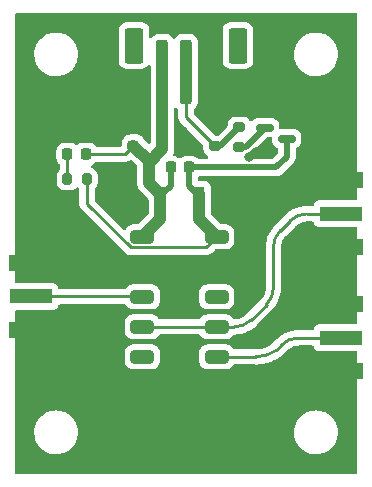
<source format=gbr>
%TF.GenerationSoftware,KiCad,Pcbnew,(6.0.1)*%
%TF.CreationDate,2022-02-13T11:50:16+00:00*%
%TF.ProjectId,Relay_RF_EE2,52656c61-795f-4524-965f-4545322e6b69,rev?*%
%TF.SameCoordinates,Original*%
%TF.FileFunction,Copper,L1,Top*%
%TF.FilePolarity,Positive*%
%FSLAX46Y46*%
G04 Gerber Fmt 4.6, Leading zero omitted, Abs format (unit mm)*
G04 Created by KiCad (PCBNEW (6.0.1)) date 2022-02-13 11:50:16*
%MOMM*%
%LPD*%
G01*
G04 APERTURE LIST*
G04 Aperture macros list*
%AMRoundRect*
0 Rectangle with rounded corners*
0 $1 Rounding radius*
0 $2 $3 $4 $5 $6 $7 $8 $9 X,Y pos of 4 corners*
0 Add a 4 corners polygon primitive as box body*
4,1,4,$2,$3,$4,$5,$6,$7,$8,$9,$2,$3,0*
0 Add four circle primitives for the rounded corners*
1,1,$1+$1,$2,$3*
1,1,$1+$1,$4,$5*
1,1,$1+$1,$6,$7*
1,1,$1+$1,$8,$9*
0 Add four rect primitives between the rounded corners*
20,1,$1+$1,$2,$3,$4,$5,0*
20,1,$1+$1,$4,$5,$6,$7,0*
20,1,$1+$1,$6,$7,$8,$9,0*
20,1,$1+$1,$8,$9,$2,$3,0*%
G04 Aperture macros list end*
%TA.AperFunction,SMDPad,CuDef*%
%ADD10R,3.600000X1.270000*%
%TD*%
%TA.AperFunction,SMDPad,CuDef*%
%ADD11R,4.200000X1.350000*%
%TD*%
%TA.AperFunction,SMDPad,CuDef*%
%ADD12RoundRect,0.200000X0.200000X0.275000X-0.200000X0.275000X-0.200000X-0.275000X0.200000X-0.275000X0*%
%TD*%
%TA.AperFunction,SMDPad,CuDef*%
%ADD13RoundRect,0.200000X0.275000X-0.200000X0.275000X0.200000X-0.275000X0.200000X-0.275000X-0.200000X0*%
%TD*%
%TA.AperFunction,SMDPad,CuDef*%
%ADD14RoundRect,0.225000X0.225000X0.250000X-0.225000X0.250000X-0.225000X-0.250000X0.225000X-0.250000X0*%
%TD*%
%TA.AperFunction,SMDPad,CuDef*%
%ADD15RoundRect,0.200000X-0.275000X0.200000X-0.275000X-0.200000X0.275000X-0.200000X0.275000X0.200000X0*%
%TD*%
%TA.AperFunction,SMDPad,CuDef*%
%ADD16RoundRect,0.225000X0.250000X-0.225000X0.250000X0.225000X-0.250000X0.225000X-0.250000X-0.225000X0*%
%TD*%
%TA.AperFunction,SMDPad,CuDef*%
%ADD17RoundRect,0.250000X-0.250000X-2.500000X0.250000X-2.500000X0.250000X2.500000X-0.250000X2.500000X0*%
%TD*%
%TA.AperFunction,SMDPad,CuDef*%
%ADD18RoundRect,0.250000X-0.550000X-1.250000X0.550000X-1.250000X0.550000X1.250000X-0.550000X1.250000X0*%
%TD*%
%TA.AperFunction,SMDPad,CuDef*%
%ADD19RoundRect,0.218750X-0.218750X-0.256250X0.218750X-0.256250X0.218750X0.256250X-0.218750X0.256250X0*%
%TD*%
%TA.AperFunction,SMDPad,CuDef*%
%ADD20RoundRect,0.150000X-0.587500X-0.150000X0.587500X-0.150000X0.587500X0.150000X-0.587500X0.150000X0*%
%TD*%
%TA.AperFunction,SMDPad,CuDef*%
%ADD21RoundRect,0.249750X-0.750250X0.305250X-0.750250X-0.305250X0.750250X-0.305250X0.750250X0.305250X0*%
%TD*%
%TA.AperFunction,SMDPad,CuDef*%
%ADD22R,0.900000X1.200000*%
%TD*%
%TA.AperFunction,ViaPad*%
%ADD23C,0.800000*%
%TD*%
%TA.AperFunction,Conductor*%
%ADD24C,1.000000*%
%TD*%
%TA.AperFunction,Conductor*%
%ADD25C,0.500000*%
%TD*%
%TA.AperFunction,Conductor*%
%ADD26C,0.293000*%
%TD*%
G04 APERTURE END LIST*
D10*
%TO.P,J2,1,In*%
%TO.N,Net-(J2-Pad1)*%
X101900000Y-124500000D03*
D11*
%TO.P,J2,2,Ext*%
%TO.N,GND*%
X102100000Y-127325000D03*
X102100000Y-121675000D03*
%TD*%
D12*
%TO.P,R2,1*%
%TO.N,Net-(C2-Pad1)*%
X106612500Y-114550000D03*
%TO.P,R2,2*%
%TO.N,Net-(D2-Pad1)*%
X104962500Y-114550000D03*
%TD*%
D13*
%TO.P,R1,1*%
%TO.N,Net-(J1-Pad2)*%
X117450000Y-111775000D03*
%TO.P,R1,2*%
%TO.N,GND*%
X117450000Y-110125000D03*
%TD*%
D14*
%TO.P,C2,1*%
%TO.N,Net-(C2-Pad1)*%
X115250000Y-113575000D03*
%TO.P,C2,2*%
%TO.N,Net-(C1-Pad1)*%
X113700000Y-113575000D03*
%TD*%
D15*
%TO.P,R3,1*%
%TO.N,Net-(J1-Pad2)*%
X119500000Y-110175000D03*
%TO.P,R3,2*%
%TO.N,Net-(Q1-Pad1)*%
X119500000Y-111825000D03*
%TD*%
D16*
%TO.P,C1,1*%
%TO.N,Net-(C1-Pad1)*%
X110550000Y-111725000D03*
%TO.P,C1,2*%
%TO.N,GND*%
X110550000Y-110175000D03*
%TD*%
D17*
%TO.P,J1,1,Pin_1*%
%TO.N,Net-(C1-Pad1)*%
X113000000Y-105500000D03*
%TO.P,J1,2,Pin_2*%
%TO.N,Net-(J1-Pad2)*%
X115000000Y-105500000D03*
%TO.P,J1,3,Pin_3*%
%TO.N,GND*%
X117000000Y-105500000D03*
D18*
%TO.P,J1,MP*%
%TO.N,N/C*%
X119400000Y-103250000D03*
X110600000Y-103250000D03*
%TD*%
D10*
%TO.P,J4,1,In*%
%TO.N,Net-(J4-Pad1)*%
X128100000Y-128000000D03*
D11*
%TO.P,J4,2,Ext*%
%TO.N,GND*%
X127900000Y-125175000D03*
X127900000Y-130825000D03*
%TD*%
D19*
%TO.P,D2,1,K*%
%TO.N,Net-(D2-Pad1)*%
X104962500Y-112450000D03*
%TO.P,D2,2,A*%
%TO.N,Net-(C1-Pad1)*%
X106537500Y-112450000D03*
%TD*%
D20*
%TO.P,Q1,1,B*%
%TO.N,Net-(Q1-Pad1)*%
X121662500Y-110200000D03*
%TO.P,Q1,2,E*%
%TO.N,GND*%
X121662500Y-112100000D03*
%TO.P,Q1,3,C*%
%TO.N,Net-(C2-Pad1)*%
X123537500Y-111150000D03*
%TD*%
D10*
%TO.P,J3,1,In*%
%TO.N,Net-(K1-Pad4)*%
X128100000Y-117500000D03*
D11*
%TO.P,J3,2,Ext*%
%TO.N,GND*%
X127900000Y-114675000D03*
X127900000Y-120325000D03*
%TD*%
D21*
%TO.P,K1,1*%
%TO.N,Net-(C1-Pad1)*%
X111305000Y-119450000D03*
%TO.P,K1,3*%
%TO.N,Net-(J2-Pad1)*%
X111305000Y-124530000D03*
%TO.P,K1,4*%
%TO.N,Net-(K1-Pad4)*%
X111305000Y-127070000D03*
%TO.P,K1,5*%
%TO.N,unconnected-(K1-Pad5)*%
X111305000Y-129610000D03*
%TO.P,K1,8*%
%TO.N,Net-(J4-Pad1)*%
X117595000Y-129610000D03*
%TO.P,K1,9*%
%TO.N,Net-(K1-Pad4)*%
X117595000Y-127070000D03*
%TO.P,K1,10*%
%TO.N,unconnected-(K1-Pad10)*%
X117595000Y-124530000D03*
%TO.P,K1,12*%
%TO.N,Net-(C2-Pad1)*%
X117595000Y-119450000D03*
%TD*%
D22*
%TO.P,D1,1,K*%
%TO.N,Net-(C1-Pad1)*%
X112825000Y-115825000D03*
%TO.P,D1,2,A*%
%TO.N,Net-(C2-Pad1)*%
X116125000Y-115825000D03*
%TD*%
D23*
%TO.N,GND*%
X125150000Y-126850000D03*
X128950000Y-113250000D03*
X109200000Y-125700000D03*
X101300000Y-129100000D03*
X119650000Y-128250000D03*
X104950000Y-128100000D03*
X109150000Y-129150000D03*
X117450000Y-122950000D03*
X115550000Y-129600000D03*
X129000000Y-132150000D03*
X122800000Y-117400000D03*
X103250000Y-120350000D03*
X121350000Y-119550000D03*
X109200000Y-123300000D03*
X127987500Y-123950000D03*
X114750000Y-110500000D03*
X123650000Y-120000000D03*
X113300000Y-129450000D03*
X107200000Y-125650000D03*
X117700000Y-131100000D03*
X107150000Y-123350000D03*
X105000000Y-120750000D03*
X104350000Y-117750000D03*
X120350000Y-112700000D03*
X124850000Y-122650000D03*
X115650000Y-123950000D03*
X126800000Y-121550000D03*
X119250000Y-130800000D03*
X109500000Y-135100000D03*
X125937500Y-123950000D03*
X113250000Y-123950000D03*
X111250000Y-123000000D03*
X120200000Y-134650000D03*
X116000000Y-128300000D03*
X103400000Y-129050000D03*
X123400000Y-130000000D03*
X125100000Y-114250000D03*
X111000000Y-131150000D03*
X112900000Y-125750000D03*
X121600000Y-128250000D03*
X122250000Y-126600000D03*
X125400000Y-118800000D03*
X126650000Y-132250000D03*
X129050000Y-121700000D03*
X124987500Y-130950000D03*
X126650000Y-113200000D03*
X105050000Y-123300000D03*
X109350000Y-130750000D03*
X125100000Y-116150000D03*
X109150000Y-127400000D03*
X115800000Y-125800000D03*
X121200000Y-121750000D03*
X116150000Y-131000000D03*
X109400000Y-115200000D03*
X101250000Y-120350000D03*
X125050000Y-129200000D03*
X113000000Y-130900000D03*
X119350000Y-125600000D03*
X113200000Y-128250000D03*
X123550000Y-122200000D03*
X109250000Y-110200000D03*
X118850000Y-116400000D03*
X121550000Y-130750000D03*
X125137500Y-125300000D03*
X121100000Y-124000000D03*
X123600000Y-124700000D03*
X105000000Y-125700000D03*
X119550000Y-123950000D03*
%TD*%
D24*
%TO.N,GND*%
X110550000Y-110175000D02*
X109275000Y-110175000D01*
D25*
X121662500Y-112100000D02*
X120950000Y-112100000D01*
X120950000Y-112100000D02*
X120350000Y-112700000D01*
D24*
X109275000Y-110175000D02*
X109250000Y-110200000D01*
D26*
%TO.N,Net-(J1-Pad2)*%
X115000000Y-109325000D02*
X117450000Y-111775000D01*
D25*
X117450000Y-111775000D02*
X117900000Y-111775000D01*
X117900000Y-111775000D02*
X119500000Y-110175000D01*
D26*
X115000000Y-105500000D02*
X115000000Y-109325000D01*
%TO.N,Net-(J2-Pad1)*%
X111275000Y-124500000D02*
X111305000Y-124530000D01*
X101900000Y-124500000D02*
X111275000Y-124500000D01*
%TO.N,Net-(J4-Pad1)*%
X128100000Y-128000000D02*
X124521778Y-128000000D01*
X123107564Y-128585787D02*
X122634741Y-129058610D01*
X120897359Y-129610000D02*
X117595000Y-129610000D01*
X120897359Y-129609999D02*
G75*
G03*
X122634741Y-129058609I-3926J3025233D01*
G01*
X123107564Y-128585787D02*
G75*
G02*
X124521778Y-128000000I1414214J-1414213D01*
G01*
%TO.N,Net-(D2-Pad1)*%
X104962500Y-112450000D02*
X104962500Y-114550000D01*
D25*
%TO.N,Net-(Q1-Pad1)*%
X120037500Y-111825000D02*
X121662500Y-110200000D01*
X119500000Y-111825000D02*
X120037500Y-111825000D01*
D26*
%TO.N,Net-(C1-Pad1)*%
X106537500Y-112450000D02*
X109825000Y-112450000D01*
D24*
X112825000Y-117930000D02*
X111305000Y-119450000D01*
X113000000Y-105500000D02*
X113000000Y-112050000D01*
X111850000Y-113200000D02*
X111850000Y-113025000D01*
X112825000Y-115825000D02*
X112825000Y-117930000D01*
X111850000Y-114850000D02*
X112825000Y-115825000D01*
X111850000Y-113025000D02*
X110550000Y-111725000D01*
X113000000Y-112050000D02*
X111850000Y-113200000D01*
X111850000Y-113200000D02*
X111850000Y-114850000D01*
D26*
X109825000Y-112450000D02*
X110550000Y-111725000D01*
D25*
X113700000Y-115150000D02*
X112825000Y-116025000D01*
X113700000Y-113575000D02*
X113700000Y-115150000D01*
D24*
%TO.N,Net-(C2-Pad1)*%
X116125000Y-115825000D02*
X116125000Y-117980000D01*
D25*
X115250000Y-115150000D02*
X116125000Y-116025000D01*
X115250000Y-113575000D02*
X122625000Y-113575000D01*
X122625000Y-113575000D02*
X123537500Y-112662500D01*
D26*
X106612500Y-114550000D02*
X106612500Y-116655546D01*
X116693980Y-120351020D02*
X117595000Y-119450000D01*
X106612500Y-116655546D02*
X110307974Y-120351020D01*
X110307974Y-120351020D02*
X116693980Y-120351020D01*
D24*
X116125000Y-117980000D02*
X117595000Y-119450000D01*
D25*
X115250000Y-113575000D02*
X115250000Y-115150000D01*
X123537500Y-112662500D02*
X123537500Y-111150000D01*
D26*
%TO.N,Net-(K1-Pad4)*%
X117595000Y-127070000D02*
X119101573Y-127070000D01*
X122400000Y-123771573D02*
X122400000Y-120328427D01*
X120515787Y-126484213D02*
X121814214Y-125185786D01*
X125228427Y-117500000D02*
X128100000Y-117500000D01*
X122985787Y-118914213D02*
X123814214Y-118085786D01*
X111305000Y-127070000D02*
X117595000Y-127070000D01*
X125228427Y-117500001D02*
G75*
G03*
X123814215Y-118085787I0J-1999999D01*
G01*
X121814214Y-125185786D02*
G75*
G03*
X122400000Y-123771573I-1414214J1414213D01*
G01*
X120515787Y-126484213D02*
G75*
G02*
X119101573Y-127070000I-1414214J1414213D01*
G01*
X122985787Y-118914213D02*
G75*
G03*
X122400000Y-120328427I1414213J-1414214D01*
G01*
%TD*%
%TA.AperFunction,Conductor*%
%TO.N,GND*%
G36*
X129442121Y-100520002D02*
G01*
X129488614Y-100573658D01*
X129500000Y-100626000D01*
X129500000Y-116238500D01*
X129479998Y-116306621D01*
X129426342Y-116353114D01*
X129374000Y-116364500D01*
X126338389Y-116364501D01*
X126252624Y-116364501D01*
X126249230Y-116364870D01*
X126249224Y-116364870D01*
X126199278Y-116370295D01*
X126199274Y-116370296D01*
X126191420Y-116371149D01*
X126057176Y-116421474D01*
X126049997Y-116426854D01*
X126049994Y-116426856D01*
X125949635Y-116502072D01*
X125942454Y-116507454D01*
X125937072Y-116514635D01*
X125861856Y-116614994D01*
X125861854Y-116614997D01*
X125856474Y-116622176D01*
X125806149Y-116756420D01*
X125805932Y-116758415D01*
X125772012Y-116817792D01*
X125709057Y-116850613D01*
X125684646Y-116853000D01*
X125283382Y-116853000D01*
X125265629Y-116851743D01*
X125246160Y-116848972D01*
X125246157Y-116848972D01*
X125242076Y-116848391D01*
X125235780Y-116848325D01*
X125232562Y-116848291D01*
X125232557Y-116848291D01*
X125228427Y-116848248D01*
X125223471Y-116848848D01*
X125215419Y-116849561D01*
X124931590Y-116865500D01*
X124638486Y-116915300D01*
X124352801Y-116997605D01*
X124349533Y-116998959D01*
X124349532Y-116998959D01*
X124081396Y-117110024D01*
X124081391Y-117110027D01*
X124078128Y-117111378D01*
X123817920Y-117255190D01*
X123575450Y-117427231D01*
X123416372Y-117569391D01*
X123415391Y-117568293D01*
X123414042Y-117570023D01*
X123414511Y-117570492D01*
X123411732Y-117573271D01*
X123410896Y-117574061D01*
X123410734Y-117574269D01*
X123409221Y-117575782D01*
X123408625Y-117576315D01*
X123407998Y-117576801D01*
X123406597Y-117578126D01*
X123378412Y-117603314D01*
X123370119Y-117610113D01*
X123363108Y-117615377D01*
X123353356Y-117624928D01*
X123333634Y-117650080D01*
X123323585Y-117661418D01*
X122945139Y-118039865D01*
X122567151Y-118417853D01*
X122553714Y-118429514D01*
X122534681Y-118443804D01*
X122524929Y-118453355D01*
X122522386Y-118456599D01*
X122521866Y-118457262D01*
X122516663Y-118463475D01*
X122363262Y-118635131D01*
X122327232Y-118675448D01*
X122155190Y-118917918D01*
X122011378Y-119178127D01*
X121897604Y-119452800D01*
X121815299Y-119738486D01*
X121765499Y-120031590D01*
X121753537Y-120244602D01*
X121752069Y-120244520D01*
X121752337Y-120246692D01*
X121753000Y-120246692D01*
X121753000Y-120250619D01*
X121752967Y-120251796D01*
X121753000Y-120252063D01*
X121753000Y-120254158D01*
X121752953Y-120255003D01*
X121752856Y-120255768D01*
X121752802Y-120257685D01*
X121750167Y-120304600D01*
X121749618Y-120310445D01*
X121749720Y-120310697D01*
X121748284Y-120321602D01*
X121748899Y-120327175D01*
X121748829Y-120328427D01*
X121749037Y-120328427D01*
X121750544Y-120342076D01*
X121752239Y-120357430D01*
X121753000Y-120371257D01*
X121753000Y-123720668D01*
X121751922Y-123737114D01*
X121749417Y-123756145D01*
X121748284Y-123764748D01*
X121749117Y-123772294D01*
X121749117Y-123772302D01*
X121750308Y-123783087D01*
X121750799Y-123805152D01*
X121741965Y-123939933D01*
X121739814Y-123956273D01*
X121708509Y-124113654D01*
X121704243Y-124129574D01*
X121652663Y-124281524D01*
X121646356Y-124296751D01*
X121575386Y-124440665D01*
X121567145Y-124454939D01*
X121477997Y-124588357D01*
X121467964Y-124601433D01*
X121383710Y-124697506D01*
X121365688Y-124714386D01*
X121358207Y-124720127D01*
X121353461Y-124726051D01*
X121353459Y-124726053D01*
X121335666Y-124748263D01*
X121326426Y-124758578D01*
X120094288Y-125990716D01*
X120081897Y-126001583D01*
X120059780Y-126018554D01*
X120055031Y-126024483D01*
X120055027Y-126024486D01*
X120048246Y-126032950D01*
X120032989Y-126048903D01*
X119931431Y-126137967D01*
X119918364Y-126147993D01*
X119784937Y-126237145D01*
X119770673Y-126245381D01*
X119626749Y-126316357D01*
X119611522Y-126322664D01*
X119459576Y-126374243D01*
X119443655Y-126378509D01*
X119286273Y-126409814D01*
X119269933Y-126411965D01*
X119142430Y-126420322D01*
X119117745Y-126419514D01*
X119115933Y-126419275D01*
X119115924Y-126419275D01*
X119108398Y-126418284D01*
X119098353Y-126419393D01*
X119096547Y-126419072D01*
X119093253Y-126419038D01*
X119093259Y-126418489D01*
X119028449Y-126406991D01*
X118977378Y-126360459D01*
X118941069Y-126301784D01*
X118941066Y-126301780D01*
X118937218Y-126295562D01*
X118813404Y-126171964D01*
X118774529Y-126148001D01*
X118670708Y-126084004D01*
X118670706Y-126084003D01*
X118664478Y-126080164D01*
X118498427Y-126025087D01*
X118491591Y-126024387D01*
X118491588Y-126024386D01*
X118434663Y-126018554D01*
X118395095Y-126014500D01*
X117601170Y-126014500D01*
X116794906Y-126014501D01*
X116791662Y-126014838D01*
X116791654Y-126014838D01*
X116745967Y-126019579D01*
X116690282Y-126025356D01*
X116524328Y-126080722D01*
X116375562Y-126172782D01*
X116251964Y-126296596D01*
X116212598Y-126360459D01*
X116210960Y-126363117D01*
X116158187Y-126410610D01*
X116103700Y-126423000D01*
X112796283Y-126423000D01*
X112728162Y-126402998D01*
X112689139Y-126363304D01*
X112651069Y-126301785D01*
X112651068Y-126301784D01*
X112647218Y-126295562D01*
X112523404Y-126171964D01*
X112484529Y-126148001D01*
X112380708Y-126084004D01*
X112380706Y-126084003D01*
X112374478Y-126080164D01*
X112208427Y-126025087D01*
X112201591Y-126024387D01*
X112201588Y-126024386D01*
X112144663Y-126018554D01*
X112105095Y-126014500D01*
X111311170Y-126014500D01*
X110504906Y-126014501D01*
X110501662Y-126014838D01*
X110501654Y-126014838D01*
X110455967Y-126019579D01*
X110400282Y-126025356D01*
X110234328Y-126080722D01*
X110085562Y-126172782D01*
X109961964Y-126296596D01*
X109958125Y-126302824D01*
X109958123Y-126302827D01*
X109885698Y-126420322D01*
X109870164Y-126445522D01*
X109815087Y-126611573D01*
X109804500Y-126714905D01*
X109804501Y-127425094D01*
X109804838Y-127428338D01*
X109804838Y-127428346D01*
X109808120Y-127459973D01*
X109815356Y-127529718D01*
X109870722Y-127695672D01*
X109874576Y-127701900D01*
X109874577Y-127701902D01*
X109907553Y-127755190D01*
X109962782Y-127844438D01*
X110086596Y-127968036D01*
X110092826Y-127971876D01*
X110092827Y-127971877D01*
X110228363Y-128055423D01*
X110235522Y-128059836D01*
X110401573Y-128114913D01*
X110408409Y-128115613D01*
X110408412Y-128115614D01*
X110460158Y-128120915D01*
X110504905Y-128125500D01*
X111298830Y-128125500D01*
X112105094Y-128125499D01*
X112108338Y-128125162D01*
X112108346Y-128125162D01*
X112154033Y-128120421D01*
X112209718Y-128114644D01*
X112375672Y-128059278D01*
X112524438Y-127967218D01*
X112648036Y-127843404D01*
X112689041Y-127776882D01*
X112741813Y-127729390D01*
X112796300Y-127717000D01*
X116103717Y-127717000D01*
X116171838Y-127737002D01*
X116210861Y-127776696D01*
X116248284Y-127837170D01*
X116252782Y-127844438D01*
X116376596Y-127968036D01*
X116382826Y-127971876D01*
X116382827Y-127971877D01*
X116518363Y-128055423D01*
X116525522Y-128059836D01*
X116691573Y-128114913D01*
X116698409Y-128115613D01*
X116698412Y-128115614D01*
X116750158Y-128120915D01*
X116794905Y-128125500D01*
X117588830Y-128125500D01*
X118395094Y-128125499D01*
X118398338Y-128125162D01*
X118398346Y-128125162D01*
X118444033Y-128120421D01*
X118499718Y-128114644D01*
X118665672Y-128059278D01*
X118814438Y-127967218D01*
X118938036Y-127843404D01*
X118941879Y-127837170D01*
X118976345Y-127781257D01*
X119029117Y-127733764D01*
X119087912Y-127722720D01*
X119087924Y-127721609D01*
X119097447Y-127721709D01*
X119097450Y-127721709D01*
X119101573Y-127721752D01*
X119105740Y-127721248D01*
X119106519Y-127721154D01*
X119114580Y-127720441D01*
X119294379Y-127710343D01*
X119398410Y-127704501D01*
X119691514Y-127654701D01*
X119977200Y-127572396D01*
X120251873Y-127458622D01*
X120512082Y-127314810D01*
X120754552Y-127142768D01*
X120913634Y-127000603D01*
X120914614Y-127001699D01*
X120915959Y-126999975D01*
X120915490Y-126999506D01*
X120918253Y-126996743D01*
X120919124Y-126995919D01*
X120919291Y-126995705D01*
X120920764Y-126994232D01*
X120921409Y-126993656D01*
X120922017Y-126993184D01*
X120923388Y-126991888D01*
X120951601Y-126966675D01*
X120959894Y-126959876D01*
X120966893Y-126954621D01*
X120976645Y-126945071D01*
X120996367Y-126919919D01*
X121006425Y-126908571D01*
X122232851Y-125682145D01*
X122246293Y-125670480D01*
X122262016Y-125658675D01*
X122262019Y-125658673D01*
X122265320Y-125656194D01*
X122275072Y-125646644D01*
X122277616Y-125643400D01*
X122277621Y-125643394D01*
X122278149Y-125642721D01*
X122283346Y-125636516D01*
X122470409Y-125427191D01*
X122470410Y-125427190D01*
X122472769Y-125424550D01*
X122644811Y-125182080D01*
X122788623Y-124921873D01*
X122802511Y-124888346D01*
X122901042Y-124650468D01*
X122901042Y-124650467D01*
X122902396Y-124647199D01*
X122984701Y-124361514D01*
X123034501Y-124068410D01*
X123046463Y-123855399D01*
X123047930Y-123855481D01*
X123047662Y-123853308D01*
X123047000Y-123853308D01*
X123047000Y-123849378D01*
X123047033Y-123848206D01*
X123047000Y-123847939D01*
X123047000Y-123845839D01*
X123047047Y-123845006D01*
X123047144Y-123844236D01*
X123047198Y-123842314D01*
X123049317Y-123804575D01*
X123050377Y-123793878D01*
X123051029Y-123789302D01*
X123051030Y-123789290D01*
X123051609Y-123785222D01*
X123051752Y-123771573D01*
X123050694Y-123762825D01*
X123047913Y-123739849D01*
X123047000Y-123724712D01*
X123047000Y-120383382D01*
X123048257Y-120365629D01*
X123051028Y-120346160D01*
X123051028Y-120346157D01*
X123051609Y-120342076D01*
X123051752Y-120328427D01*
X123050080Y-120314607D01*
X123049438Y-120291234D01*
X123058035Y-120160067D01*
X123060186Y-120143727D01*
X123091491Y-119986345D01*
X123095757Y-119970424D01*
X123147336Y-119818478D01*
X123153643Y-119803251D01*
X123224619Y-119659327D01*
X123232855Y-119645063D01*
X123322007Y-119511636D01*
X123332033Y-119498570D01*
X123416289Y-119402494D01*
X123434320Y-119385607D01*
X123441794Y-119379872D01*
X123464336Y-119351735D01*
X123473575Y-119341421D01*
X124235713Y-118579283D01*
X124248104Y-118568416D01*
X124264194Y-118556070D01*
X124264195Y-118556069D01*
X124270221Y-118551445D01*
X124274972Y-118545515D01*
X124281749Y-118537056D01*
X124297007Y-118521103D01*
X124398569Y-118432036D01*
X124411644Y-118422003D01*
X124489344Y-118370085D01*
X124545065Y-118332854D01*
X124559332Y-118324617D01*
X124631292Y-118289130D01*
X124703250Y-118253645D01*
X124718476Y-118247338D01*
X124870425Y-118195758D01*
X124886346Y-118191492D01*
X125043727Y-118160187D01*
X125060068Y-118158036D01*
X125187578Y-118149679D01*
X125212258Y-118150486D01*
X125214071Y-118150725D01*
X125214074Y-118150725D01*
X125221602Y-118151716D01*
X125257427Y-118147761D01*
X125271253Y-118147000D01*
X125684646Y-118147000D01*
X125752767Y-118167002D01*
X125799260Y-118220658D01*
X125805693Y-118239385D01*
X125806149Y-118243580D01*
X125808923Y-118250979D01*
X125808923Y-118250980D01*
X125816127Y-118270198D01*
X125856474Y-118377824D01*
X125861854Y-118385003D01*
X125861856Y-118385006D01*
X125918603Y-118460722D01*
X125942454Y-118492546D01*
X125949635Y-118497928D01*
X126049994Y-118573144D01*
X126049997Y-118573146D01*
X126057176Y-118578526D01*
X126146561Y-118612034D01*
X126184025Y-118626079D01*
X126184027Y-118626079D01*
X126191420Y-118628851D01*
X126199270Y-118629704D01*
X126199271Y-118629704D01*
X126249226Y-118635131D01*
X126252623Y-118635500D01*
X126338364Y-118635500D01*
X129374000Y-118635499D01*
X129442121Y-118655501D01*
X129488614Y-118709157D01*
X129500000Y-118761499D01*
X129500000Y-126738500D01*
X129479998Y-126806621D01*
X129426342Y-126853114D01*
X129374000Y-126864500D01*
X126338389Y-126864501D01*
X126252624Y-126864501D01*
X126249230Y-126864870D01*
X126249224Y-126864870D01*
X126199278Y-126870295D01*
X126199274Y-126870296D01*
X126191420Y-126871149D01*
X126057176Y-126921474D01*
X126049997Y-126926854D01*
X126049994Y-126926856D01*
X125953059Y-126999506D01*
X125942454Y-127007454D01*
X125937072Y-127014635D01*
X125861856Y-127114994D01*
X125861854Y-127114997D01*
X125856474Y-127122176D01*
X125806149Y-127256420D01*
X125805932Y-127258415D01*
X125772012Y-127317792D01*
X125709057Y-127350613D01*
X125684646Y-127353000D01*
X124576733Y-127353000D01*
X124558980Y-127351743D01*
X124539511Y-127348972D01*
X124539508Y-127348972D01*
X124535427Y-127348391D01*
X124528666Y-127348320D01*
X124525904Y-127348291D01*
X124525901Y-127348291D01*
X124521778Y-127348248D01*
X124517678Y-127348744D01*
X124517679Y-127348744D01*
X124516832Y-127348846D01*
X124508771Y-127349559D01*
X124328972Y-127359657D01*
X124224941Y-127365499D01*
X123931837Y-127415299D01*
X123646151Y-127497604D01*
X123371478Y-127611378D01*
X123111269Y-127755190D01*
X122868799Y-127927232D01*
X122709720Y-128069394D01*
X122708736Y-128068293D01*
X122707390Y-128070022D01*
X122707861Y-128070493D01*
X122705089Y-128073265D01*
X122704230Y-128074077D01*
X122704064Y-128074290D01*
X122702578Y-128075776D01*
X122701962Y-128076327D01*
X122701341Y-128076808D01*
X122699954Y-128078120D01*
X122671750Y-128103325D01*
X122663457Y-128110124D01*
X122656458Y-128115379D01*
X122646706Y-128124929D01*
X122644157Y-128128180D01*
X122644155Y-128128182D01*
X122626991Y-128150072D01*
X122616934Y-128161420D01*
X122235776Y-128542579D01*
X122213858Y-128560082D01*
X122062622Y-128655390D01*
X122051430Y-128661670D01*
X121886240Y-128743580D01*
X121845697Y-128763683D01*
X121833913Y-128768795D01*
X121669428Y-128830392D01*
X121618870Y-128849325D01*
X121606626Y-128853211D01*
X121384496Y-128911427D01*
X121371929Y-128914043D01*
X121291245Y-128926593D01*
X121145032Y-128949335D01*
X121132254Y-128950660D01*
X120938719Y-128960791D01*
X120915852Y-128959907D01*
X120903338Y-128958276D01*
X120875445Y-128961392D01*
X120868024Y-128962221D01*
X120854035Y-128963000D01*
X119086283Y-128963000D01*
X119018162Y-128942998D01*
X118979139Y-128903304D01*
X118941069Y-128841785D01*
X118937218Y-128835562D01*
X118813404Y-128711964D01*
X118787112Y-128695757D01*
X118670708Y-128624004D01*
X118670706Y-128624003D01*
X118664478Y-128620164D01*
X118498427Y-128565087D01*
X118491591Y-128564387D01*
X118491588Y-128564386D01*
X118439842Y-128559085D01*
X118395095Y-128554500D01*
X117601170Y-128554500D01*
X116794906Y-128554501D01*
X116791662Y-128554838D01*
X116791654Y-128554838D01*
X116745967Y-128559579D01*
X116690282Y-128565356D01*
X116524328Y-128620722D01*
X116518100Y-128624576D01*
X116518098Y-128624577D01*
X116468310Y-128655387D01*
X116375562Y-128712782D01*
X116251964Y-128836596D01*
X116248124Y-128842826D01*
X116248123Y-128842827D01*
X116175409Y-128960791D01*
X116160164Y-128985522D01*
X116105087Y-129151573D01*
X116094500Y-129254905D01*
X116094501Y-129965094D01*
X116105356Y-130069718D01*
X116160722Y-130235672D01*
X116164576Y-130241900D01*
X116164577Y-130241902D01*
X116210977Y-130316883D01*
X116252782Y-130384438D01*
X116376596Y-130508036D01*
X116382826Y-130511876D01*
X116382827Y-130511877D01*
X116518363Y-130595423D01*
X116525522Y-130599836D01*
X116691573Y-130654913D01*
X116698409Y-130655613D01*
X116698412Y-130655614D01*
X116750158Y-130660915D01*
X116794905Y-130665500D01*
X117588830Y-130665500D01*
X118395094Y-130665499D01*
X118398338Y-130665162D01*
X118398346Y-130665162D01*
X118444033Y-130660421D01*
X118499718Y-130654644D01*
X118665672Y-130599278D01*
X118814438Y-130507218D01*
X118938036Y-130383404D01*
X118979041Y-130316882D01*
X119031813Y-130269390D01*
X119086300Y-130257000D01*
X120842907Y-130257000D01*
X120860499Y-130258234D01*
X120884556Y-130261626D01*
X120888667Y-130261664D01*
X120888672Y-130261664D01*
X120891265Y-130261687D01*
X120898205Y-130261751D01*
X120909649Y-130260351D01*
X120919265Y-130259548D01*
X121219157Y-130246040D01*
X121221887Y-130245676D01*
X121221890Y-130245676D01*
X121358090Y-130227530D01*
X121537622Y-130203611D01*
X121540316Y-130203009D01*
X121540321Y-130203008D01*
X121848459Y-130134141D01*
X121848464Y-130134140D01*
X121851165Y-130133536D01*
X121893805Y-130120003D01*
X122154763Y-130037184D01*
X122154776Y-130037179D01*
X122157392Y-130036349D01*
X122453963Y-129912794D01*
X122563128Y-129855658D01*
X122736168Y-129765092D01*
X122736174Y-129765088D01*
X122738611Y-129763813D01*
X122740931Y-129762327D01*
X122740940Y-129762322D01*
X122977867Y-129610589D01*
X122988531Y-129604472D01*
X122994963Y-129601189D01*
X122994975Y-129601182D01*
X122998642Y-129599310D01*
X123002034Y-129596976D01*
X123002038Y-129596973D01*
X123006496Y-129593904D01*
X123009886Y-129591571D01*
X123012941Y-129588817D01*
X123016192Y-129586250D01*
X123016470Y-129586603D01*
X123021461Y-129582934D01*
X123021355Y-129582798D01*
X123027617Y-129577941D01*
X123034444Y-129573903D01*
X123077679Y-129530668D01*
X123082396Y-129526188D01*
X123120543Y-129491790D01*
X123126186Y-129486702D01*
X123130451Y-129480416D01*
X123135443Y-129474686D01*
X123135472Y-129474711D01*
X123144230Y-129464117D01*
X123529063Y-129079284D01*
X123541454Y-129068417D01*
X123557544Y-129056071D01*
X123557545Y-129056070D01*
X123563571Y-129051446D01*
X123568320Y-129045517D01*
X123568324Y-129045514D01*
X123575105Y-129037050D01*
X123590362Y-129021097D01*
X123691920Y-128932033D01*
X123704987Y-128922007D01*
X123838414Y-128832855D01*
X123852678Y-128824619D01*
X123996602Y-128753643D01*
X124011829Y-128747336D01*
X124163775Y-128695757D01*
X124179696Y-128691491D01*
X124337078Y-128660186D01*
X124353418Y-128658035D01*
X124480921Y-128649678D01*
X124505606Y-128650486D01*
X124507418Y-128650725D01*
X124507427Y-128650725D01*
X124514953Y-128651716D01*
X124550778Y-128647761D01*
X124564604Y-128647000D01*
X125684646Y-128647000D01*
X125752767Y-128667002D01*
X125799260Y-128720658D01*
X125805693Y-128739385D01*
X125806149Y-128743580D01*
X125856474Y-128877824D01*
X125861854Y-128885003D01*
X125861856Y-128885006D01*
X125936295Y-128984328D01*
X125942454Y-128992546D01*
X125949635Y-128997928D01*
X126049994Y-129073144D01*
X126049997Y-129073146D01*
X126057176Y-129078526D01*
X126146561Y-129112034D01*
X126184025Y-129126079D01*
X126184027Y-129126079D01*
X126191420Y-129128851D01*
X126199270Y-129129704D01*
X126199271Y-129129704D01*
X126249226Y-129135131D01*
X126252623Y-129135500D01*
X126338364Y-129135500D01*
X129374000Y-129135499D01*
X129442121Y-129155501D01*
X129488614Y-129209157D01*
X129500000Y-129261499D01*
X129500000Y-139374000D01*
X129479998Y-139442121D01*
X129426342Y-139488614D01*
X129374000Y-139500000D01*
X100626000Y-139500000D01*
X100557879Y-139479998D01*
X100511386Y-139426342D01*
X100500000Y-139374000D01*
X100500000Y-136042095D01*
X102145028Y-136042095D01*
X102170534Y-136309431D01*
X102234364Y-136570285D01*
X102335182Y-136819192D01*
X102470875Y-137050938D01*
X102473728Y-137054505D01*
X102585225Y-137193925D01*
X102638601Y-137260669D01*
X102834846Y-137443991D01*
X102927039Y-137507948D01*
X103051746Y-137594461D01*
X103051751Y-137594464D01*
X103055499Y-137597064D01*
X103059584Y-137599096D01*
X103059587Y-137599098D01*
X103175719Y-137656872D01*
X103295938Y-137716680D01*
X103300272Y-137718101D01*
X103300275Y-137718102D01*
X103546793Y-137798915D01*
X103546798Y-137798916D01*
X103551126Y-137800335D01*
X103555617Y-137801115D01*
X103555618Y-137801115D01*
X103811936Y-137845620D01*
X103811944Y-137845621D01*
X103815717Y-137846276D01*
X103819554Y-137846467D01*
X103898996Y-137850422D01*
X103899004Y-137850422D01*
X103900567Y-137850500D01*
X104068223Y-137850500D01*
X104070491Y-137850335D01*
X104070503Y-137850335D01*
X104200823Y-137840879D01*
X104267846Y-137836016D01*
X104272301Y-137835032D01*
X104272304Y-137835032D01*
X104525620Y-137779105D01*
X104525624Y-137779104D01*
X104530080Y-137778120D01*
X104697617Y-137714646D01*
X104776941Y-137684593D01*
X104776944Y-137684592D01*
X104781211Y-137682975D01*
X105015976Y-137552574D01*
X105158254Y-137443991D01*
X105225833Y-137392417D01*
X105225837Y-137392413D01*
X105229458Y-137389650D01*
X105417185Y-137197614D01*
X105575225Y-136980491D01*
X105662313Y-136814963D01*
X105698140Y-136746868D01*
X105698143Y-136746862D01*
X105700265Y-136742828D01*
X105759703Y-136574515D01*
X105788165Y-136493916D01*
X105788165Y-136493915D01*
X105789688Y-136489603D01*
X105841620Y-136226122D01*
X105841847Y-136221566D01*
X105850781Y-136042095D01*
X124145028Y-136042095D01*
X124170534Y-136309431D01*
X124234364Y-136570285D01*
X124335182Y-136819192D01*
X124470875Y-137050938D01*
X124473728Y-137054505D01*
X124585225Y-137193925D01*
X124638601Y-137260669D01*
X124834846Y-137443991D01*
X124927039Y-137507948D01*
X125051746Y-137594461D01*
X125051751Y-137594464D01*
X125055499Y-137597064D01*
X125059584Y-137599096D01*
X125059587Y-137599098D01*
X125175719Y-137656872D01*
X125295938Y-137716680D01*
X125300272Y-137718101D01*
X125300275Y-137718102D01*
X125546793Y-137798915D01*
X125546798Y-137798916D01*
X125551126Y-137800335D01*
X125555617Y-137801115D01*
X125555618Y-137801115D01*
X125811936Y-137845620D01*
X125811944Y-137845621D01*
X125815717Y-137846276D01*
X125819554Y-137846467D01*
X125898996Y-137850422D01*
X125899004Y-137850422D01*
X125900567Y-137850500D01*
X126068223Y-137850500D01*
X126070491Y-137850335D01*
X126070503Y-137850335D01*
X126200823Y-137840879D01*
X126267846Y-137836016D01*
X126272301Y-137835032D01*
X126272304Y-137835032D01*
X126525620Y-137779105D01*
X126525624Y-137779104D01*
X126530080Y-137778120D01*
X126697617Y-137714646D01*
X126776941Y-137684593D01*
X126776944Y-137684592D01*
X126781211Y-137682975D01*
X127015976Y-137552574D01*
X127158254Y-137443991D01*
X127225833Y-137392417D01*
X127225837Y-137392413D01*
X127229458Y-137389650D01*
X127417185Y-137197614D01*
X127575225Y-136980491D01*
X127662313Y-136814963D01*
X127698140Y-136746868D01*
X127698143Y-136746862D01*
X127700265Y-136742828D01*
X127759703Y-136574515D01*
X127788165Y-136493916D01*
X127788165Y-136493915D01*
X127789688Y-136489603D01*
X127841620Y-136226122D01*
X127841847Y-136221566D01*
X127854745Y-135962474D01*
X127854745Y-135962468D01*
X127854972Y-135957905D01*
X127829466Y-135690569D01*
X127765636Y-135429715D01*
X127664818Y-135180808D01*
X127529125Y-134949062D01*
X127418211Y-134810371D01*
X127364251Y-134742897D01*
X127364250Y-134742895D01*
X127361399Y-134739331D01*
X127165154Y-134556009D01*
X127005436Y-134445208D01*
X126948254Y-134405539D01*
X126948249Y-134405536D01*
X126944501Y-134402936D01*
X126940416Y-134400904D01*
X126940413Y-134400902D01*
X126768560Y-134315407D01*
X126704062Y-134283320D01*
X126699728Y-134281899D01*
X126699725Y-134281898D01*
X126453207Y-134201085D01*
X126453202Y-134201084D01*
X126448874Y-134199665D01*
X126444382Y-134198885D01*
X126188064Y-134154380D01*
X126188056Y-134154379D01*
X126184283Y-134153724D01*
X126175622Y-134153293D01*
X126101004Y-134149578D01*
X126100996Y-134149578D01*
X126099433Y-134149500D01*
X125931777Y-134149500D01*
X125929509Y-134149665D01*
X125929497Y-134149665D01*
X125799177Y-134159121D01*
X125732154Y-134163984D01*
X125727699Y-134164968D01*
X125727696Y-134164968D01*
X125474380Y-134220895D01*
X125474376Y-134220896D01*
X125469920Y-134221880D01*
X125344354Y-134269453D01*
X125223059Y-134315407D01*
X125223056Y-134315408D01*
X125218789Y-134317025D01*
X124984024Y-134447426D01*
X124980392Y-134450198D01*
X124774167Y-134607583D01*
X124774163Y-134607587D01*
X124770542Y-134610350D01*
X124582815Y-134802386D01*
X124424775Y-135019509D01*
X124422651Y-135023547D01*
X124301860Y-135253132D01*
X124301857Y-135253138D01*
X124299735Y-135257172D01*
X124298215Y-135261477D01*
X124298213Y-135261481D01*
X124238804Y-135429715D01*
X124210312Y-135510397D01*
X124158380Y-135773878D01*
X124158153Y-135778431D01*
X124158153Y-135778434D01*
X124148992Y-135962474D01*
X124145028Y-136042095D01*
X105850781Y-136042095D01*
X105854745Y-135962474D01*
X105854745Y-135962468D01*
X105854972Y-135957905D01*
X105829466Y-135690569D01*
X105765636Y-135429715D01*
X105664818Y-135180808D01*
X105529125Y-134949062D01*
X105418211Y-134810371D01*
X105364251Y-134742897D01*
X105364250Y-134742895D01*
X105361399Y-134739331D01*
X105165154Y-134556009D01*
X105005436Y-134445208D01*
X104948254Y-134405539D01*
X104948249Y-134405536D01*
X104944501Y-134402936D01*
X104940416Y-134400904D01*
X104940413Y-134400902D01*
X104768560Y-134315407D01*
X104704062Y-134283320D01*
X104699728Y-134281899D01*
X104699725Y-134281898D01*
X104453207Y-134201085D01*
X104453202Y-134201084D01*
X104448874Y-134199665D01*
X104444382Y-134198885D01*
X104188064Y-134154380D01*
X104188056Y-134154379D01*
X104184283Y-134153724D01*
X104175622Y-134153293D01*
X104101004Y-134149578D01*
X104100996Y-134149578D01*
X104099433Y-134149500D01*
X103931777Y-134149500D01*
X103929509Y-134149665D01*
X103929497Y-134149665D01*
X103799177Y-134159121D01*
X103732154Y-134163984D01*
X103727699Y-134164968D01*
X103727696Y-134164968D01*
X103474380Y-134220895D01*
X103474376Y-134220896D01*
X103469920Y-134221880D01*
X103344354Y-134269453D01*
X103223059Y-134315407D01*
X103223056Y-134315408D01*
X103218789Y-134317025D01*
X102984024Y-134447426D01*
X102980392Y-134450198D01*
X102774167Y-134607583D01*
X102774163Y-134607587D01*
X102770542Y-134610350D01*
X102582815Y-134802386D01*
X102424775Y-135019509D01*
X102422651Y-135023547D01*
X102301860Y-135253132D01*
X102301857Y-135253138D01*
X102299735Y-135257172D01*
X102298215Y-135261477D01*
X102298213Y-135261481D01*
X102238804Y-135429715D01*
X102210312Y-135510397D01*
X102158380Y-135773878D01*
X102158153Y-135778431D01*
X102158153Y-135778434D01*
X102148992Y-135962474D01*
X102145028Y-136042095D01*
X100500000Y-136042095D01*
X100500000Y-129254905D01*
X109804500Y-129254905D01*
X109804501Y-129965094D01*
X109815356Y-130069718D01*
X109870722Y-130235672D01*
X109874576Y-130241900D01*
X109874577Y-130241902D01*
X109920977Y-130316883D01*
X109962782Y-130384438D01*
X110086596Y-130508036D01*
X110092826Y-130511876D01*
X110092827Y-130511877D01*
X110228363Y-130595423D01*
X110235522Y-130599836D01*
X110401573Y-130654913D01*
X110408409Y-130655613D01*
X110408412Y-130655614D01*
X110460158Y-130660915D01*
X110504905Y-130665500D01*
X111298830Y-130665500D01*
X112105094Y-130665499D01*
X112108338Y-130665162D01*
X112108346Y-130665162D01*
X112154033Y-130660421D01*
X112209718Y-130654644D01*
X112375672Y-130599278D01*
X112524438Y-130507218D01*
X112648036Y-130383404D01*
X112651877Y-130377173D01*
X112735996Y-130240708D01*
X112735997Y-130240706D01*
X112739836Y-130234478D01*
X112794913Y-130068427D01*
X112798309Y-130035287D01*
X112805172Y-129968294D01*
X112805500Y-129965095D01*
X112805499Y-129254906D01*
X112794644Y-129150282D01*
X112739278Y-128984328D01*
X112723157Y-128958276D01*
X112651072Y-128841790D01*
X112647218Y-128835562D01*
X112523404Y-128711964D01*
X112497112Y-128695757D01*
X112380708Y-128624004D01*
X112380706Y-128624003D01*
X112374478Y-128620164D01*
X112208427Y-128565087D01*
X112201591Y-128564387D01*
X112201588Y-128564386D01*
X112149842Y-128559085D01*
X112105095Y-128554500D01*
X111311170Y-128554500D01*
X110504906Y-128554501D01*
X110501662Y-128554838D01*
X110501654Y-128554838D01*
X110455967Y-128559579D01*
X110400282Y-128565356D01*
X110234328Y-128620722D01*
X110228100Y-128624576D01*
X110228098Y-128624577D01*
X110178310Y-128655387D01*
X110085562Y-128712782D01*
X109961964Y-128836596D01*
X109958124Y-128842826D01*
X109958123Y-128842827D01*
X109885409Y-128960791D01*
X109870164Y-128985522D01*
X109815087Y-129151573D01*
X109804500Y-129254905D01*
X100500000Y-129254905D01*
X100500000Y-125761500D01*
X100520002Y-125693379D01*
X100573658Y-125646886D01*
X100626000Y-125635500D01*
X103661611Y-125635499D01*
X103747376Y-125635499D01*
X103750770Y-125635130D01*
X103750776Y-125635130D01*
X103800722Y-125629705D01*
X103800726Y-125629704D01*
X103808580Y-125628851D01*
X103942824Y-125578526D01*
X103950003Y-125573146D01*
X103950006Y-125573144D01*
X104050365Y-125497928D01*
X104057546Y-125492546D01*
X104062928Y-125485365D01*
X104138144Y-125385006D01*
X104138146Y-125385003D01*
X104143526Y-125377824D01*
X104193851Y-125243580D01*
X104194068Y-125241585D01*
X104227988Y-125182208D01*
X104290943Y-125149387D01*
X104315354Y-125147000D01*
X109795154Y-125147000D01*
X109863275Y-125167002D01*
X109902297Y-125206696D01*
X109962782Y-125304438D01*
X110086596Y-125428036D01*
X110092826Y-125431876D01*
X110092827Y-125431877D01*
X110228363Y-125515423D01*
X110235522Y-125519836D01*
X110401573Y-125574913D01*
X110408409Y-125575613D01*
X110408412Y-125575614D01*
X110460158Y-125580915D01*
X110504905Y-125585500D01*
X111298830Y-125585500D01*
X112105094Y-125585499D01*
X112108338Y-125585162D01*
X112108346Y-125585162D01*
X112154033Y-125580421D01*
X112209718Y-125574644D01*
X112375672Y-125519278D01*
X112430475Y-125485365D01*
X112518210Y-125431072D01*
X112524438Y-125427218D01*
X112648036Y-125303404D01*
X112684743Y-125243855D01*
X112735996Y-125160708D01*
X112735997Y-125160706D01*
X112739836Y-125154478D01*
X112794913Y-124988427D01*
X112805500Y-124885095D01*
X112805499Y-124174906D01*
X112805499Y-124174905D01*
X116094500Y-124174905D01*
X116094501Y-124885094D01*
X116105356Y-124989718D01*
X116160722Y-125155672D01*
X116164576Y-125161900D01*
X116164577Y-125161902D01*
X116215122Y-125243580D01*
X116252782Y-125304438D01*
X116376596Y-125428036D01*
X116382826Y-125431876D01*
X116382827Y-125431877D01*
X116518363Y-125515423D01*
X116525522Y-125519836D01*
X116691573Y-125574913D01*
X116698409Y-125575613D01*
X116698412Y-125575614D01*
X116750158Y-125580915D01*
X116794905Y-125585500D01*
X117588830Y-125585500D01*
X118395094Y-125585499D01*
X118398338Y-125585162D01*
X118398346Y-125585162D01*
X118444033Y-125580421D01*
X118499718Y-125574644D01*
X118665672Y-125519278D01*
X118720475Y-125485365D01*
X118808210Y-125431072D01*
X118814438Y-125427218D01*
X118938036Y-125303404D01*
X118974743Y-125243855D01*
X119025996Y-125160708D01*
X119025997Y-125160706D01*
X119029836Y-125154478D01*
X119084913Y-124988427D01*
X119095500Y-124885095D01*
X119095499Y-124174906D01*
X119084644Y-124070282D01*
X119029278Y-123904328D01*
X118994549Y-123848206D01*
X118944593Y-123767480D01*
X118937218Y-123755562D01*
X118813404Y-123631964D01*
X118785874Y-123614994D01*
X118670708Y-123544004D01*
X118670706Y-123544003D01*
X118664478Y-123540164D01*
X118498427Y-123485087D01*
X118491591Y-123484387D01*
X118491588Y-123484386D01*
X118439842Y-123479085D01*
X118395095Y-123474500D01*
X117601170Y-123474500D01*
X116794906Y-123474501D01*
X116791662Y-123474838D01*
X116791654Y-123474838D01*
X116745967Y-123479579D01*
X116690282Y-123485356D01*
X116524328Y-123540722D01*
X116375562Y-123632782D01*
X116251964Y-123756596D01*
X116248124Y-123762826D01*
X116248123Y-123762827D01*
X116197942Y-123844236D01*
X116160164Y-123905522D01*
X116105087Y-124071573D01*
X116104387Y-124078409D01*
X116104386Y-124078412D01*
X116099144Y-124129574D01*
X116094500Y-124174905D01*
X112805499Y-124174905D01*
X112794644Y-124070282D01*
X112739278Y-123904328D01*
X112704549Y-123848206D01*
X112654593Y-123767480D01*
X112647218Y-123755562D01*
X112523404Y-123631964D01*
X112495874Y-123614994D01*
X112380708Y-123544004D01*
X112380706Y-123544003D01*
X112374478Y-123540164D01*
X112208427Y-123485087D01*
X112201591Y-123484387D01*
X112201588Y-123484386D01*
X112149842Y-123479085D01*
X112105095Y-123474500D01*
X111311170Y-123474500D01*
X110504906Y-123474501D01*
X110501662Y-123474838D01*
X110501654Y-123474838D01*
X110455967Y-123479579D01*
X110400282Y-123485356D01*
X110234328Y-123540722D01*
X110085562Y-123632782D01*
X109961964Y-123756596D01*
X109958126Y-123762823D01*
X109958124Y-123762825D01*
X109939452Y-123793116D01*
X109886679Y-123840609D01*
X109832192Y-123853000D01*
X104315354Y-123853000D01*
X104247233Y-123832998D01*
X104200740Y-123779342D01*
X104194307Y-123760615D01*
X104193851Y-123756420D01*
X104143526Y-123622176D01*
X104138146Y-123614997D01*
X104138144Y-123614994D01*
X104062928Y-123514635D01*
X104057546Y-123507454D01*
X104027702Y-123485087D01*
X103950006Y-123426856D01*
X103950003Y-123426854D01*
X103942824Y-123421474D01*
X103853439Y-123387966D01*
X103815975Y-123373921D01*
X103815973Y-123373921D01*
X103808580Y-123371149D01*
X103800730Y-123370296D01*
X103800729Y-123370296D01*
X103750774Y-123364869D01*
X103750773Y-123364869D01*
X103747377Y-123364500D01*
X103661636Y-123364500D01*
X100626000Y-123364501D01*
X100557879Y-123344499D01*
X100511386Y-123290843D01*
X100500000Y-123238501D01*
X100500000Y-112145965D01*
X104024500Y-112145965D01*
X104024501Y-112754034D01*
X104034907Y-112854335D01*
X104037086Y-112860866D01*
X104037087Y-112860871D01*
X104071962Y-112965402D01*
X104087986Y-113013432D01*
X104176242Y-113156052D01*
X104264069Y-113243726D01*
X104278518Y-113258150D01*
X104312597Y-113320433D01*
X104315500Y-113347323D01*
X104315500Y-113679105D01*
X104295498Y-113747226D01*
X104278595Y-113768200D01*
X104207203Y-113839592D01*
X104119373Y-113984617D01*
X104068671Y-114146406D01*
X104062000Y-114219007D01*
X104062001Y-114880992D01*
X104062264Y-114883850D01*
X104062264Y-114883859D01*
X104065334Y-114917271D01*
X104068671Y-114953594D01*
X104070670Y-114959972D01*
X104070670Y-114959973D01*
X104099578Y-115052216D01*
X104119373Y-115115383D01*
X104207203Y-115260408D01*
X104327092Y-115380297D01*
X104472117Y-115468127D01*
X104479364Y-115470398D01*
X104479366Y-115470399D01*
X104538780Y-115489018D01*
X104633906Y-115518829D01*
X104706507Y-115525500D01*
X104709405Y-115525500D01*
X104963164Y-115525499D01*
X105218492Y-115525499D01*
X105221350Y-115525236D01*
X105221359Y-115525236D01*
X105256743Y-115521985D01*
X105291094Y-115518829D01*
X105311899Y-115512309D01*
X105445634Y-115470399D01*
X105445636Y-115470398D01*
X105452883Y-115468127D01*
X105597908Y-115380297D01*
X105698405Y-115279800D01*
X105760717Y-115245774D01*
X105831532Y-115250839D01*
X105876595Y-115279800D01*
X105928595Y-115331800D01*
X105962621Y-115394112D01*
X105965500Y-115420895D01*
X105965500Y-116575004D01*
X105964955Y-116586553D01*
X105963252Y-116594174D01*
X105963501Y-116602096D01*
X105965438Y-116663730D01*
X105965500Y-116667688D01*
X105965500Y-116696250D01*
X105965997Y-116700182D01*
X105965997Y-116700186D01*
X105966034Y-116700480D01*
X105966964Y-116712299D01*
X105968387Y-116757564D01*
X105970599Y-116765177D01*
X105974217Y-116777630D01*
X105978227Y-116796994D01*
X105980846Y-116817727D01*
X105993867Y-116850613D01*
X105997516Y-116859829D01*
X106001362Y-116871062D01*
X106013994Y-116914543D01*
X106018031Y-116921369D01*
X106024633Y-116932533D01*
X106033330Y-116950286D01*
X106041024Y-116969718D01*
X106045685Y-116976133D01*
X106067642Y-117006355D01*
X106074156Y-117016272D01*
X106097207Y-117055249D01*
X106111983Y-117070025D01*
X106124823Y-117085058D01*
X106137109Y-117101968D01*
X106143213Y-117107018D01*
X106143218Y-117107023D01*
X106172007Y-117130839D01*
X106180787Y-117138829D01*
X109793522Y-120751564D01*
X109801305Y-120760116D01*
X109805490Y-120766711D01*
X109811267Y-120772136D01*
X109856227Y-120814356D01*
X109859069Y-120817111D01*
X109879258Y-120837300D01*
X109882383Y-120839724D01*
X109882385Y-120839726D01*
X109882620Y-120839908D01*
X109891644Y-120847615D01*
X109924655Y-120878614D01*
X109931597Y-120882430D01*
X109931602Y-120882434D01*
X109942964Y-120888680D01*
X109959489Y-120899534D01*
X109976006Y-120912346D01*
X110017583Y-120930338D01*
X110028222Y-120935550D01*
X110060963Y-120953550D01*
X110060965Y-120953551D01*
X110067905Y-120957366D01*
X110088152Y-120962565D01*
X110106844Y-120968964D01*
X110126032Y-120977267D01*
X110133859Y-120978507D01*
X110133860Y-120978507D01*
X110141734Y-120979754D01*
X110170755Y-120984350D01*
X110182370Y-120986756D01*
X110226239Y-120998020D01*
X110247140Y-120998020D01*
X110266850Y-120999571D01*
X110287490Y-121002840D01*
X110295382Y-121002094D01*
X110332566Y-120998579D01*
X110344424Y-120998020D01*
X116613438Y-120998020D01*
X116624987Y-120998565D01*
X116632608Y-121000268D01*
X116702164Y-120998082D01*
X116706122Y-120998020D01*
X116734684Y-120998020D01*
X116738616Y-120997523D01*
X116738620Y-120997523D01*
X116738914Y-120997486D01*
X116750733Y-120996556D01*
X116783796Y-120995516D01*
X116795998Y-120995133D01*
X116816065Y-120989303D01*
X116835428Y-120985293D01*
X116848295Y-120983668D01*
X116848298Y-120983667D01*
X116856161Y-120982674D01*
X116898263Y-120966004D01*
X116909496Y-120962158D01*
X116919213Y-120959335D01*
X116952977Y-120949526D01*
X116970966Y-120938887D01*
X116988720Y-120930190D01*
X117000777Y-120925416D01*
X117008152Y-120922496D01*
X117044789Y-120895878D01*
X117054709Y-120889362D01*
X117093683Y-120866313D01*
X117108459Y-120851537D01*
X117123493Y-120838696D01*
X117140402Y-120826411D01*
X117145452Y-120820307D01*
X117145457Y-120820302D01*
X117169273Y-120791513D01*
X117177263Y-120782733D01*
X117417591Y-120542405D01*
X117479903Y-120508379D01*
X117506686Y-120505500D01*
X118339683Y-120505499D01*
X118395094Y-120505499D01*
X118398338Y-120505162D01*
X118398346Y-120505162D01*
X118444033Y-120500421D01*
X118499718Y-120494644D01*
X118665672Y-120439278D01*
X118814438Y-120347218D01*
X118938036Y-120223404D01*
X119029836Y-120074478D01*
X119084913Y-119908427D01*
X119095500Y-119805095D01*
X119095499Y-119094906D01*
X119084644Y-118990282D01*
X119029278Y-118824328D01*
X118937218Y-118675562D01*
X118813404Y-118551964D01*
X118763339Y-118521103D01*
X118670708Y-118464004D01*
X118670706Y-118464003D01*
X118664478Y-118460164D01*
X118498427Y-118405087D01*
X118491591Y-118404387D01*
X118491588Y-118404386D01*
X118439842Y-118399085D01*
X118395095Y-118394500D01*
X118006612Y-118394500D01*
X117938491Y-118374498D01*
X117917517Y-118357596D01*
X117162405Y-117602485D01*
X117128380Y-117540172D01*
X117125500Y-117513389D01*
X117125500Y-115774200D01*
X117110120Y-115622784D01*
X117084309Y-115540421D01*
X117081265Y-115530708D01*
X117075499Y-115493029D01*
X117075499Y-115177624D01*
X117075130Y-115174224D01*
X117069705Y-115124278D01*
X117069704Y-115124274D01*
X117068851Y-115116420D01*
X117018526Y-114982176D01*
X117013146Y-114974997D01*
X117013144Y-114974994D01*
X116937928Y-114874635D01*
X116932546Y-114867454D01*
X116925365Y-114862072D01*
X116825006Y-114786856D01*
X116825003Y-114786854D01*
X116817824Y-114781474D01*
X116728439Y-114747966D01*
X116690975Y-114733921D01*
X116690973Y-114733921D01*
X116683580Y-114731149D01*
X116675730Y-114730296D01*
X116675729Y-114730296D01*
X116625774Y-114724869D01*
X116625773Y-114724869D01*
X116622377Y-114724500D01*
X116605962Y-114724500D01*
X116126499Y-114724501D01*
X116058379Y-114704499D01*
X116011886Y-114650844D01*
X116000500Y-114598501D01*
X116000500Y-114451500D01*
X116020502Y-114383379D01*
X116074158Y-114336886D01*
X116126500Y-114325500D01*
X122558546Y-114325500D01*
X122577496Y-114326933D01*
X122591396Y-114329048D01*
X122591400Y-114329048D01*
X122598630Y-114330148D01*
X122605922Y-114329555D01*
X122605925Y-114329555D01*
X122650675Y-114325915D01*
X122660889Y-114325500D01*
X122668822Y-114325500D01*
X122678118Y-114324416D01*
X122696736Y-114322246D01*
X122701111Y-114321813D01*
X122731274Y-114319360D01*
X122773059Y-114315961D01*
X122780021Y-114313706D01*
X122785816Y-114312548D01*
X122791558Y-114311191D01*
X122798828Y-114310343D01*
X122866736Y-114285694D01*
X122870864Y-114284277D01*
X122932583Y-114264283D01*
X122932585Y-114264282D01*
X122939546Y-114262027D01*
X122945800Y-114258232D01*
X122951179Y-114255769D01*
X122956455Y-114253127D01*
X122963331Y-114250631D01*
X123023709Y-114211046D01*
X123027419Y-114208705D01*
X123084361Y-114174152D01*
X123084368Y-114174147D01*
X123089160Y-114171239D01*
X123097452Y-114163915D01*
X123097474Y-114163940D01*
X123100570Y-114161193D01*
X123103562Y-114158692D01*
X123109685Y-114154677D01*
X123162382Y-114099050D01*
X123164759Y-114096609D01*
X124021193Y-113240175D01*
X124035605Y-113227789D01*
X124046929Y-113219456D01*
X124046933Y-113219453D01*
X124052824Y-113215117D01*
X124086635Y-113175319D01*
X124093565Y-113167803D01*
X124099171Y-113162197D01*
X124101434Y-113159336D01*
X124101439Y-113159331D01*
X124116617Y-113140146D01*
X124119406Y-113136745D01*
X124161391Y-113087326D01*
X124161393Y-113087324D01*
X124166132Y-113081745D01*
X124169462Y-113075224D01*
X124172759Y-113070280D01*
X124175840Y-113065291D01*
X124180381Y-113059551D01*
X124210947Y-112994151D01*
X124212875Y-112990205D01*
X124224799Y-112966853D01*
X124245719Y-112925884D01*
X124247458Y-112918775D01*
X124249517Y-112913240D01*
X124251383Y-112907632D01*
X124254479Y-112901007D01*
X124262828Y-112860871D01*
X124269185Y-112830307D01*
X124270156Y-112826018D01*
X124279249Y-112788857D01*
X124287315Y-112755894D01*
X124288000Y-112744852D01*
X124288032Y-112744854D01*
X124288279Y-112740724D01*
X124288625Y-112736844D01*
X124290118Y-112729669D01*
X124288046Y-112653100D01*
X124288000Y-112649692D01*
X124288000Y-112024644D01*
X124308002Y-111956523D01*
X124361658Y-111910030D01*
X124376384Y-111904562D01*
X124377785Y-111903956D01*
X124385398Y-111901744D01*
X124419665Y-111881479D01*
X124520044Y-111822115D01*
X124526865Y-111818081D01*
X124643081Y-111701865D01*
X124685209Y-111630630D01*
X124722709Y-111567221D01*
X124722709Y-111567220D01*
X124726744Y-111560398D01*
X124731368Y-111544484D01*
X124770801Y-111408754D01*
X124772598Y-111402569D01*
X124773633Y-111389416D01*
X124775307Y-111368153D01*
X124775308Y-111368140D01*
X124775500Y-111365694D01*
X124775500Y-110934306D01*
X124775308Y-110931860D01*
X124775307Y-110931847D01*
X124773103Y-110903850D01*
X124772598Y-110897431D01*
X124739726Y-110784286D01*
X124728956Y-110747215D01*
X124728955Y-110747214D01*
X124726744Y-110739602D01*
X124643081Y-110598135D01*
X124526865Y-110481919D01*
X124385398Y-110398256D01*
X124377786Y-110396045D01*
X124377785Y-110396044D01*
X124233754Y-110354199D01*
X124233755Y-110354199D01*
X124227569Y-110352402D01*
X124214416Y-110351367D01*
X124193153Y-110349693D01*
X124193140Y-110349692D01*
X124190694Y-110349500D01*
X123026500Y-110349500D01*
X122958379Y-110329498D01*
X122911886Y-110275842D01*
X122900500Y-110223500D01*
X122900500Y-109984306D01*
X122900308Y-109981860D01*
X122900307Y-109981847D01*
X122898103Y-109953850D01*
X122897598Y-109947431D01*
X122862438Y-109826409D01*
X122853956Y-109797215D01*
X122853955Y-109797214D01*
X122851744Y-109789602D01*
X122840993Y-109771422D01*
X122772115Y-109654956D01*
X122768081Y-109648135D01*
X122651865Y-109531919D01*
X122510398Y-109448256D01*
X122502786Y-109446045D01*
X122502785Y-109446044D01*
X122358754Y-109404199D01*
X122358755Y-109404199D01*
X122352569Y-109402402D01*
X122339416Y-109401367D01*
X122318153Y-109399693D01*
X122318140Y-109399692D01*
X122315694Y-109399500D01*
X121009306Y-109399500D01*
X121006860Y-109399692D01*
X121006847Y-109399693D01*
X120985584Y-109401367D01*
X120972431Y-109402402D01*
X120966245Y-109404199D01*
X120966246Y-109404199D01*
X120822215Y-109446044D01*
X120822214Y-109446045D01*
X120814602Y-109448256D01*
X120673135Y-109531919D01*
X120570345Y-109634709D01*
X120508033Y-109668735D01*
X120437218Y-109663670D01*
X120380382Y-109621123D01*
X120373474Y-109610886D01*
X120368085Y-109601987D01*
X120330297Y-109539592D01*
X120210408Y-109419703D01*
X120065383Y-109331873D01*
X120058136Y-109329602D01*
X120058134Y-109329601D01*
X119992894Y-109309156D01*
X119903594Y-109281171D01*
X119830993Y-109274500D01*
X119828095Y-109274500D01*
X119499142Y-109274501D01*
X119169008Y-109274501D01*
X119166150Y-109274764D01*
X119166141Y-109274764D01*
X119130757Y-109278015D01*
X119096406Y-109281171D01*
X119090028Y-109283170D01*
X119090027Y-109283170D01*
X118941866Y-109329601D01*
X118941864Y-109329602D01*
X118934617Y-109331873D01*
X118789592Y-109419703D01*
X118669703Y-109539592D01*
X118581873Y-109684617D01*
X118531171Y-109846406D01*
X118524500Y-109919007D01*
X118524500Y-110036941D01*
X118504498Y-110105062D01*
X118487596Y-110126036D01*
X117776038Y-110837595D01*
X117713725Y-110871620D01*
X117686942Y-110874500D01*
X117516686Y-110874500D01*
X117448565Y-110854498D01*
X117427591Y-110837595D01*
X115683905Y-109093909D01*
X115649879Y-109031597D01*
X115647000Y-109004814D01*
X115647000Y-108707137D01*
X115667002Y-108639016D01*
X115706698Y-108599992D01*
X115713120Y-108596018D01*
X115713119Y-108596018D01*
X115719345Y-108592166D01*
X115842984Y-108468311D01*
X115934814Y-108319334D01*
X115989910Y-108153228D01*
X116000500Y-108049866D01*
X116000500Y-104549866D01*
X118099500Y-104549866D01*
X118099837Y-104553112D01*
X118099837Y-104553116D01*
X118109515Y-104646383D01*
X118110359Y-104654519D01*
X118165744Y-104820529D01*
X118257834Y-104969345D01*
X118381689Y-105092984D01*
X118530666Y-105184814D01*
X118537614Y-105187119D01*
X118537615Y-105187119D01*
X118690241Y-105237744D01*
X118690243Y-105237745D01*
X118696772Y-105239910D01*
X118800134Y-105250500D01*
X119999866Y-105250500D01*
X120003112Y-105250163D01*
X120003116Y-105250163D01*
X120097661Y-105240353D01*
X120097665Y-105240352D01*
X120104519Y-105239641D01*
X120111055Y-105237460D01*
X120111057Y-105237460D01*
X120263581Y-105186574D01*
X120270529Y-105184256D01*
X120419345Y-105092166D01*
X120542984Y-104968311D01*
X120634814Y-104819334D01*
X120637119Y-104812385D01*
X120687744Y-104659759D01*
X120687745Y-104659757D01*
X120689910Y-104653228D01*
X120700500Y-104549866D01*
X120700500Y-104042095D01*
X124145028Y-104042095D01*
X124170534Y-104309431D01*
X124234364Y-104570285D01*
X124236076Y-104574511D01*
X124236077Y-104574515D01*
X124302506Y-104738519D01*
X124335182Y-104819192D01*
X124470875Y-105050938D01*
X124473728Y-105054505D01*
X124630469Y-105250500D01*
X124638601Y-105260669D01*
X124834846Y-105443991D01*
X124927039Y-105507948D01*
X125051746Y-105594461D01*
X125051751Y-105594464D01*
X125055499Y-105597064D01*
X125059584Y-105599096D01*
X125059587Y-105599098D01*
X125175719Y-105656872D01*
X125295938Y-105716680D01*
X125300272Y-105718101D01*
X125300275Y-105718102D01*
X125546793Y-105798915D01*
X125546798Y-105798916D01*
X125551126Y-105800335D01*
X125555617Y-105801115D01*
X125555618Y-105801115D01*
X125811936Y-105845620D01*
X125811944Y-105845621D01*
X125815717Y-105846276D01*
X125819554Y-105846467D01*
X125898996Y-105850422D01*
X125899004Y-105850422D01*
X125900567Y-105850500D01*
X126068223Y-105850500D01*
X126070491Y-105850335D01*
X126070503Y-105850335D01*
X126200823Y-105840879D01*
X126267846Y-105836016D01*
X126272301Y-105835032D01*
X126272304Y-105835032D01*
X126525620Y-105779105D01*
X126525624Y-105779104D01*
X126530080Y-105778120D01*
X126697617Y-105714646D01*
X126776941Y-105684593D01*
X126776944Y-105684592D01*
X126781211Y-105682975D01*
X127015976Y-105552574D01*
X127158254Y-105443991D01*
X127225833Y-105392417D01*
X127225837Y-105392413D01*
X127229458Y-105389650D01*
X127417185Y-105197614D01*
X127490548Y-105096825D01*
X127572538Y-104984183D01*
X127572540Y-104984180D01*
X127575225Y-104980491D01*
X127634659Y-104867525D01*
X127698140Y-104746868D01*
X127698143Y-104746862D01*
X127700265Y-104742828D01*
X127729142Y-104661057D01*
X127788165Y-104493916D01*
X127788165Y-104493915D01*
X127789688Y-104489603D01*
X127841620Y-104226122D01*
X127841847Y-104221566D01*
X127854745Y-103962474D01*
X127854745Y-103962468D01*
X127854972Y-103957905D01*
X127829466Y-103690569D01*
X127765636Y-103429715D01*
X127664818Y-103180808D01*
X127529125Y-102949062D01*
X127418211Y-102810371D01*
X127364251Y-102742897D01*
X127364250Y-102742895D01*
X127361399Y-102739331D01*
X127165154Y-102556009D01*
X127005436Y-102445208D01*
X126948254Y-102405539D01*
X126948249Y-102405536D01*
X126944501Y-102402936D01*
X126940416Y-102400904D01*
X126940413Y-102400902D01*
X126768560Y-102315407D01*
X126704062Y-102283320D01*
X126699728Y-102281899D01*
X126699725Y-102281898D01*
X126453207Y-102201085D01*
X126453202Y-102201084D01*
X126448874Y-102199665D01*
X126444382Y-102198885D01*
X126188064Y-102154380D01*
X126188056Y-102154379D01*
X126184283Y-102153724D01*
X126175622Y-102153293D01*
X126101004Y-102149578D01*
X126100996Y-102149578D01*
X126099433Y-102149500D01*
X125931777Y-102149500D01*
X125929509Y-102149665D01*
X125929497Y-102149665D01*
X125799177Y-102159121D01*
X125732154Y-102163984D01*
X125727699Y-102164968D01*
X125727696Y-102164968D01*
X125474380Y-102220895D01*
X125474376Y-102220896D01*
X125469920Y-102221880D01*
X125363349Y-102262256D01*
X125223059Y-102315407D01*
X125223056Y-102315408D01*
X125218789Y-102317025D01*
X124984024Y-102447426D01*
X124980392Y-102450198D01*
X124774167Y-102607583D01*
X124774163Y-102607587D01*
X124770542Y-102610350D01*
X124767357Y-102613608D01*
X124767356Y-102613609D01*
X124710948Y-102671312D01*
X124582815Y-102802386D01*
X124580130Y-102806075D01*
X124472895Y-102953400D01*
X124424775Y-103019509D01*
X124422651Y-103023547D01*
X124301860Y-103253132D01*
X124301857Y-103253138D01*
X124299735Y-103257172D01*
X124298215Y-103261477D01*
X124298213Y-103261481D01*
X124238804Y-103429715D01*
X124210312Y-103510397D01*
X124158380Y-103773878D01*
X124158153Y-103778431D01*
X124158153Y-103778434D01*
X124148992Y-103962474D01*
X124145028Y-104042095D01*
X120700500Y-104042095D01*
X120700500Y-101950134D01*
X120700163Y-101946884D01*
X120690353Y-101852339D01*
X120690352Y-101852335D01*
X120689641Y-101845481D01*
X120634256Y-101679471D01*
X120542166Y-101530655D01*
X120418311Y-101407016D01*
X120269334Y-101315186D01*
X120262385Y-101312881D01*
X120109759Y-101262256D01*
X120109757Y-101262255D01*
X120103228Y-101260090D01*
X119999866Y-101249500D01*
X118800134Y-101249500D01*
X118796888Y-101249837D01*
X118796884Y-101249837D01*
X118702339Y-101259647D01*
X118702335Y-101259648D01*
X118695481Y-101260359D01*
X118688945Y-101262540D01*
X118688943Y-101262540D01*
X118549860Y-101308942D01*
X118529471Y-101315744D01*
X118380655Y-101407834D01*
X118257016Y-101531689D01*
X118165186Y-101680666D01*
X118110090Y-101846772D01*
X118099500Y-101950134D01*
X118099500Y-104549866D01*
X116000500Y-104549866D01*
X116000500Y-102950134D01*
X115989641Y-102845481D01*
X115975264Y-102802386D01*
X115936574Y-102686419D01*
X115934256Y-102679471D01*
X115842166Y-102530655D01*
X115718311Y-102407016D01*
X115569334Y-102315186D01*
X115562385Y-102312881D01*
X115409759Y-102262256D01*
X115409757Y-102262255D01*
X115403228Y-102260090D01*
X115299866Y-102249500D01*
X114700134Y-102249500D01*
X114696888Y-102249837D01*
X114696884Y-102249837D01*
X114602339Y-102259647D01*
X114602335Y-102259648D01*
X114595481Y-102260359D01*
X114588945Y-102262540D01*
X114588943Y-102262540D01*
X114530920Y-102281898D01*
X114429471Y-102315744D01*
X114280655Y-102407834D01*
X114157016Y-102531689D01*
X114153177Y-102537917D01*
X114153175Y-102537920D01*
X114107268Y-102612395D01*
X114054496Y-102659888D01*
X113984424Y-102671312D01*
X113919300Y-102643038D01*
X113892864Y-102612582D01*
X113846020Y-102536883D01*
X113842166Y-102530655D01*
X113718311Y-102407016D01*
X113569334Y-102315186D01*
X113562385Y-102312881D01*
X113409759Y-102262256D01*
X113409757Y-102262255D01*
X113403228Y-102260090D01*
X113299866Y-102249500D01*
X112700134Y-102249500D01*
X112696888Y-102249837D01*
X112696884Y-102249837D01*
X112602339Y-102259647D01*
X112602335Y-102259648D01*
X112595481Y-102260359D01*
X112588945Y-102262540D01*
X112588943Y-102262540D01*
X112530920Y-102281898D01*
X112429471Y-102315744D01*
X112280655Y-102407834D01*
X112157016Y-102531689D01*
X112133759Y-102569418D01*
X112080989Y-102616911D01*
X112010917Y-102628335D01*
X111945793Y-102600062D01*
X111906293Y-102541068D01*
X111900500Y-102503302D01*
X111900500Y-101950134D01*
X111900163Y-101946884D01*
X111890353Y-101852339D01*
X111890352Y-101852335D01*
X111889641Y-101845481D01*
X111834256Y-101679471D01*
X111742166Y-101530655D01*
X111618311Y-101407016D01*
X111469334Y-101315186D01*
X111462385Y-101312881D01*
X111309759Y-101262256D01*
X111309757Y-101262255D01*
X111303228Y-101260090D01*
X111199866Y-101249500D01*
X110000134Y-101249500D01*
X109996888Y-101249837D01*
X109996884Y-101249837D01*
X109902339Y-101259647D01*
X109902335Y-101259648D01*
X109895481Y-101260359D01*
X109888945Y-101262540D01*
X109888943Y-101262540D01*
X109749860Y-101308942D01*
X109729471Y-101315744D01*
X109580655Y-101407834D01*
X109457016Y-101531689D01*
X109365186Y-101680666D01*
X109310090Y-101846772D01*
X109299500Y-101950134D01*
X109299500Y-104549866D01*
X109299837Y-104553112D01*
X109299837Y-104553116D01*
X109309515Y-104646383D01*
X109310359Y-104654519D01*
X109365744Y-104820529D01*
X109457834Y-104969345D01*
X109581689Y-105092984D01*
X109730666Y-105184814D01*
X109737614Y-105187119D01*
X109737615Y-105187119D01*
X109890241Y-105237744D01*
X109890243Y-105237745D01*
X109896772Y-105239910D01*
X110000134Y-105250500D01*
X111199866Y-105250500D01*
X111203112Y-105250163D01*
X111203116Y-105250163D01*
X111297661Y-105240353D01*
X111297665Y-105240352D01*
X111304519Y-105239641D01*
X111311055Y-105237460D01*
X111311057Y-105237460D01*
X111463581Y-105186574D01*
X111470529Y-105184256D01*
X111619345Y-105092166D01*
X111742984Y-104968311D01*
X111766241Y-104930582D01*
X111819011Y-104883089D01*
X111889083Y-104871665D01*
X111954207Y-104899938D01*
X111993707Y-104958932D01*
X111999500Y-104996698D01*
X111999500Y-111455388D01*
X111979498Y-111523509D01*
X111925842Y-111570002D01*
X111855568Y-111580106D01*
X111790988Y-111550612D01*
X111784405Y-111544484D01*
X111498202Y-111258282D01*
X111467773Y-111209061D01*
X111463782Y-111197098D01*
X111463781Y-111197096D01*
X111461463Y-111190148D01*
X111372440Y-111046289D01*
X111363541Y-111037405D01*
X111310405Y-110984362D01*
X111252711Y-110926769D01*
X111215530Y-110903850D01*
X111114927Y-110841837D01*
X111114925Y-110841836D01*
X111108697Y-110837997D01*
X110948124Y-110784737D01*
X110941287Y-110784037D01*
X110941285Y-110784036D01*
X110885505Y-110778321D01*
X110863619Y-110774096D01*
X110734223Y-110736993D01*
X110734219Y-110736992D01*
X110728087Y-110735234D01*
X110618135Y-110726773D01*
X110531789Y-110720129D01*
X110531785Y-110720129D01*
X110525429Y-110719640D01*
X110484521Y-110724808D01*
X110330106Y-110744315D01*
X110330103Y-110744316D01*
X110323776Y-110745115D01*
X110244625Y-110772060D01*
X110217026Y-110778108D01*
X110150628Y-110784997D01*
X110144097Y-110787176D01*
X110144092Y-110787177D01*
X110002208Y-110834514D01*
X109990148Y-110838537D01*
X109846289Y-110927560D01*
X109726769Y-111047289D01*
X109722929Y-111053519D01*
X109722928Y-111053520D01*
X109710207Y-111074158D01*
X109637997Y-111191303D01*
X109584737Y-111351876D01*
X109574500Y-111451793D01*
X109574500Y-111488020D01*
X109571171Y-111516792D01*
X109566326Y-111537451D01*
X109552716Y-111595476D01*
X109552538Y-111601850D01*
X109550340Y-111680519D01*
X109528443Y-111748054D01*
X109473510Y-111793031D01*
X109424389Y-111803000D01*
X107430392Y-111803000D01*
X107362271Y-111782998D01*
X107331648Y-111755266D01*
X107327607Y-111750167D01*
X107323758Y-111743948D01*
X107205061Y-111625457D01*
X107062287Y-111537451D01*
X107020254Y-111523509D01*
X106909622Y-111486814D01*
X106909623Y-111486814D01*
X106903098Y-111484650D01*
X106896265Y-111483950D01*
X106896261Y-111483949D01*
X106843654Y-111478559D01*
X106804035Y-111474500D01*
X106539556Y-111474500D01*
X106270966Y-111474501D01*
X106170665Y-111484907D01*
X106164134Y-111487086D01*
X106164129Y-111487087D01*
X106027415Y-111532699D01*
X106011568Y-111537986D01*
X105868948Y-111626242D01*
X105863775Y-111631424D01*
X105839123Y-111656119D01*
X105776840Y-111690198D01*
X105706020Y-111685195D01*
X105660933Y-111656274D01*
X105635245Y-111630630D01*
X105635235Y-111630622D01*
X105630061Y-111625457D01*
X105487287Y-111537451D01*
X105445254Y-111523509D01*
X105334622Y-111486814D01*
X105334623Y-111486814D01*
X105328098Y-111484650D01*
X105321265Y-111483950D01*
X105321261Y-111483949D01*
X105268654Y-111478559D01*
X105229035Y-111474500D01*
X104964556Y-111474500D01*
X104695966Y-111474501D01*
X104595665Y-111484907D01*
X104589134Y-111487086D01*
X104589129Y-111487087D01*
X104452415Y-111532699D01*
X104436568Y-111537986D01*
X104293948Y-111626242D01*
X104175457Y-111744939D01*
X104087451Y-111887713D01*
X104085146Y-111894661D01*
X104085146Y-111894662D01*
X104080534Y-111908567D01*
X104034650Y-112046902D01*
X104024500Y-112145965D01*
X100500000Y-112145965D01*
X100500000Y-104042095D01*
X102145028Y-104042095D01*
X102170534Y-104309431D01*
X102234364Y-104570285D01*
X102236076Y-104574511D01*
X102236077Y-104574515D01*
X102302506Y-104738519D01*
X102335182Y-104819192D01*
X102470875Y-105050938D01*
X102473728Y-105054505D01*
X102630469Y-105250500D01*
X102638601Y-105260669D01*
X102834846Y-105443991D01*
X102927039Y-105507948D01*
X103051746Y-105594461D01*
X103051751Y-105594464D01*
X103055499Y-105597064D01*
X103059584Y-105599096D01*
X103059587Y-105599098D01*
X103175719Y-105656872D01*
X103295938Y-105716680D01*
X103300272Y-105718101D01*
X103300275Y-105718102D01*
X103546793Y-105798915D01*
X103546798Y-105798916D01*
X103551126Y-105800335D01*
X103555617Y-105801115D01*
X103555618Y-105801115D01*
X103811936Y-105845620D01*
X103811944Y-105845621D01*
X103815717Y-105846276D01*
X103819554Y-105846467D01*
X103898996Y-105850422D01*
X103899004Y-105850422D01*
X103900567Y-105850500D01*
X104068223Y-105850500D01*
X104070491Y-105850335D01*
X104070503Y-105850335D01*
X104200823Y-105840879D01*
X104267846Y-105836016D01*
X104272301Y-105835032D01*
X104272304Y-105835032D01*
X104525620Y-105779105D01*
X104525624Y-105779104D01*
X104530080Y-105778120D01*
X104697617Y-105714646D01*
X104776941Y-105684593D01*
X104776944Y-105684592D01*
X104781211Y-105682975D01*
X105015976Y-105552574D01*
X105158254Y-105443991D01*
X105225833Y-105392417D01*
X105225837Y-105392413D01*
X105229458Y-105389650D01*
X105417185Y-105197614D01*
X105490548Y-105096825D01*
X105572538Y-104984183D01*
X105572540Y-104984180D01*
X105575225Y-104980491D01*
X105634659Y-104867525D01*
X105698140Y-104746868D01*
X105698143Y-104746862D01*
X105700265Y-104742828D01*
X105729142Y-104661057D01*
X105788165Y-104493916D01*
X105788165Y-104493915D01*
X105789688Y-104489603D01*
X105841620Y-104226122D01*
X105841847Y-104221566D01*
X105854745Y-103962474D01*
X105854745Y-103962468D01*
X105854972Y-103957905D01*
X105829466Y-103690569D01*
X105765636Y-103429715D01*
X105664818Y-103180808D01*
X105529125Y-102949062D01*
X105418211Y-102810371D01*
X105364251Y-102742897D01*
X105364250Y-102742895D01*
X105361399Y-102739331D01*
X105165154Y-102556009D01*
X105005436Y-102445208D01*
X104948254Y-102405539D01*
X104948249Y-102405536D01*
X104944501Y-102402936D01*
X104940416Y-102400904D01*
X104940413Y-102400902D01*
X104768560Y-102315407D01*
X104704062Y-102283320D01*
X104699728Y-102281899D01*
X104699725Y-102281898D01*
X104453207Y-102201085D01*
X104453202Y-102201084D01*
X104448874Y-102199665D01*
X104444382Y-102198885D01*
X104188064Y-102154380D01*
X104188056Y-102154379D01*
X104184283Y-102153724D01*
X104175622Y-102153293D01*
X104101004Y-102149578D01*
X104100996Y-102149578D01*
X104099433Y-102149500D01*
X103931777Y-102149500D01*
X103929509Y-102149665D01*
X103929497Y-102149665D01*
X103799177Y-102159121D01*
X103732154Y-102163984D01*
X103727699Y-102164968D01*
X103727696Y-102164968D01*
X103474380Y-102220895D01*
X103474376Y-102220896D01*
X103469920Y-102221880D01*
X103363349Y-102262256D01*
X103223059Y-102315407D01*
X103223056Y-102315408D01*
X103218789Y-102317025D01*
X102984024Y-102447426D01*
X102980392Y-102450198D01*
X102774167Y-102607583D01*
X102774163Y-102607587D01*
X102770542Y-102610350D01*
X102767357Y-102613608D01*
X102767356Y-102613609D01*
X102710948Y-102671312D01*
X102582815Y-102802386D01*
X102580130Y-102806075D01*
X102472895Y-102953400D01*
X102424775Y-103019509D01*
X102422651Y-103023547D01*
X102301860Y-103253132D01*
X102301857Y-103253138D01*
X102299735Y-103257172D01*
X102298215Y-103261477D01*
X102298213Y-103261481D01*
X102238804Y-103429715D01*
X102210312Y-103510397D01*
X102158380Y-103773878D01*
X102158153Y-103778431D01*
X102158153Y-103778434D01*
X102148992Y-103962474D01*
X102145028Y-104042095D01*
X100500000Y-104042095D01*
X100500000Y-100626000D01*
X100520002Y-100557879D01*
X100573658Y-100511386D01*
X100626000Y-100500000D01*
X129374000Y-100500000D01*
X129442121Y-100520002D01*
G37*
%TD.AperFunction*%
%TA.AperFunction,Conductor*%
G36*
X110356778Y-112954802D02*
G01*
X110387394Y-112977315D01*
X110812595Y-113402516D01*
X110846621Y-113464828D01*
X110849500Y-113491611D01*
X110849500Y-114833830D01*
X110849451Y-114837349D01*
X110847040Y-114923653D01*
X110848148Y-114929938D01*
X110848149Y-114929948D01*
X110857516Y-114983066D01*
X110858785Y-114992208D01*
X110864880Y-115052216D01*
X110873491Y-115079693D01*
X110877339Y-115095481D01*
X110881227Y-115117535D01*
X110881229Y-115117541D01*
X110882336Y-115123821D01*
X110884686Y-115129756D01*
X110904538Y-115179898D01*
X110907620Y-115188601D01*
X110925662Y-115246172D01*
X110936534Y-115265784D01*
X110939615Y-115271343D01*
X110946567Y-115286049D01*
X110957160Y-115312805D01*
X110960657Y-115318149D01*
X110990186Y-115363274D01*
X110994954Y-115371178D01*
X111024203Y-115423944D01*
X111028355Y-115428788D01*
X111042933Y-115445797D01*
X111052696Y-115458800D01*
X111068455Y-115482882D01*
X111072917Y-115487838D01*
X111111822Y-115526743D01*
X111118395Y-115533840D01*
X111156477Y-115578271D01*
X111161522Y-115582185D01*
X111161527Y-115582189D01*
X111180853Y-115597180D01*
X111192722Y-115607643D01*
X111787595Y-116202515D01*
X111821620Y-116264828D01*
X111824500Y-116291611D01*
X111824500Y-117463388D01*
X111804498Y-117531509D01*
X111787596Y-117552483D01*
X110982484Y-118357596D01*
X110920171Y-118391621D01*
X110893388Y-118394501D01*
X110504906Y-118394501D01*
X110501662Y-118394838D01*
X110501654Y-118394838D01*
X110455967Y-118399579D01*
X110400282Y-118405356D01*
X110234328Y-118460722D01*
X110228100Y-118464576D01*
X110228098Y-118464577D01*
X110136754Y-118521103D01*
X110085562Y-118552782D01*
X110080389Y-118557964D01*
X110064938Y-118573442D01*
X109961964Y-118676596D01*
X109927790Y-118732037D01*
X109887951Y-118796667D01*
X109835179Y-118844160D01*
X109765107Y-118855584D01*
X109699983Y-118827310D01*
X109691596Y-118819646D01*
X107296405Y-116424455D01*
X107262379Y-116362143D01*
X107259500Y-116335360D01*
X107259500Y-115420895D01*
X107279502Y-115352774D01*
X107296405Y-115331800D01*
X107367797Y-115260408D01*
X107455627Y-115115383D01*
X107475423Y-115052216D01*
X107497372Y-114982176D01*
X107506329Y-114953594D01*
X107513000Y-114880993D01*
X107512999Y-114219008D01*
X107512734Y-114216116D01*
X107507940Y-114163940D01*
X107506329Y-114146406D01*
X107504328Y-114140022D01*
X107457899Y-113991866D01*
X107457898Y-113991864D01*
X107455627Y-113984617D01*
X107367797Y-113839592D01*
X107247908Y-113719703D01*
X107102883Y-113631873D01*
X107037149Y-113611273D01*
X106978127Y-113571815D01*
X106949807Y-113506711D01*
X106961181Y-113436631D01*
X107008637Y-113383826D01*
X107034954Y-113371515D01*
X107056482Y-113364333D01*
X107056484Y-113364332D01*
X107063432Y-113362014D01*
X107206052Y-113273758D01*
X107324543Y-113155061D01*
X107328385Y-113148829D01*
X107331481Y-113144908D01*
X107389397Y-113103845D01*
X107430363Y-113097000D01*
X109744458Y-113097000D01*
X109756007Y-113097545D01*
X109763628Y-113099248D01*
X109833184Y-113097062D01*
X109837142Y-113097000D01*
X109865704Y-113097000D01*
X109869636Y-113096503D01*
X109869640Y-113096503D01*
X109869934Y-113096466D01*
X109881753Y-113095536D01*
X109914816Y-113094496D01*
X109927018Y-113094113D01*
X109947085Y-113088283D01*
X109966448Y-113084273D01*
X109979315Y-113082648D01*
X109979318Y-113082647D01*
X109987181Y-113081654D01*
X110029283Y-113064984D01*
X110040516Y-113061138D01*
X110083997Y-113048506D01*
X110101986Y-113037867D01*
X110119740Y-113029170D01*
X110131797Y-113024396D01*
X110139172Y-113021476D01*
X110175809Y-112994858D01*
X110185729Y-112988342D01*
X110217880Y-112969328D01*
X110224702Y-112965293D01*
X110224766Y-112965402D01*
X110287155Y-112940904D01*
X110356778Y-112954802D01*
G37*
%TD.AperFunction*%
%TA.AperFunction,Conductor*%
G36*
X114209012Y-108520877D02*
G01*
X114215512Y-108526923D01*
X114281689Y-108592984D01*
X114287919Y-108596824D01*
X114287920Y-108596825D01*
X114293115Y-108600027D01*
X114340609Y-108652799D01*
X114353000Y-108707287D01*
X114353000Y-109244458D01*
X114352455Y-109256007D01*
X114350752Y-109263628D01*
X114351001Y-109271550D01*
X114352938Y-109333184D01*
X114353000Y-109337142D01*
X114353000Y-109365704D01*
X114353497Y-109369636D01*
X114353497Y-109369640D01*
X114353534Y-109369934D01*
X114354464Y-109381753D01*
X114355113Y-109402402D01*
X114355887Y-109427018D01*
X114358099Y-109434631D01*
X114361717Y-109447084D01*
X114365727Y-109466448D01*
X114368346Y-109487181D01*
X114371266Y-109494555D01*
X114385016Y-109529283D01*
X114388862Y-109540516D01*
X114401494Y-109583997D01*
X114405531Y-109590823D01*
X114412133Y-109601987D01*
X114420830Y-109619740D01*
X114428524Y-109639172D01*
X114433185Y-109645587D01*
X114455142Y-109675809D01*
X114461656Y-109685726D01*
X114484707Y-109724703D01*
X114499483Y-109739479D01*
X114512323Y-109754512D01*
X114524609Y-109771422D01*
X114530713Y-109776472D01*
X114530718Y-109776477D01*
X114559507Y-109800293D01*
X114568287Y-109808283D01*
X116437595Y-111677591D01*
X116471621Y-111739903D01*
X116474500Y-111766686D01*
X116474501Y-111897709D01*
X116474501Y-112030992D01*
X116474764Y-112033850D01*
X116474764Y-112033859D01*
X116476591Y-112053739D01*
X116481171Y-112103594D01*
X116483170Y-112109972D01*
X116483170Y-112109973D01*
X116495802Y-112150280D01*
X116531873Y-112265383D01*
X116619703Y-112410408D01*
X116739592Y-112530297D01*
X116755528Y-112539948D01*
X116839369Y-112590724D01*
X116887276Y-112643121D01*
X116899249Y-112713101D01*
X116871488Y-112778445D01*
X116812806Y-112818407D01*
X116774098Y-112824500D01*
X116052696Y-112824500D01*
X115984575Y-112804498D01*
X115963679Y-112787674D01*
X115932892Y-112756941D01*
X115932891Y-112756940D01*
X115927711Y-112751769D01*
X115908377Y-112739851D01*
X115789927Y-112666837D01*
X115789925Y-112666836D01*
X115783697Y-112662997D01*
X115623124Y-112609737D01*
X115616288Y-112609037D01*
X115616285Y-112609036D01*
X115566203Y-112603905D01*
X115523207Y-112599500D01*
X115252107Y-112599500D01*
X114976794Y-112599501D01*
X114973550Y-112599838D01*
X114973542Y-112599838D01*
X114929120Y-112604447D01*
X114875628Y-112609997D01*
X114715148Y-112663537D01*
X114636201Y-112712391D01*
X114577516Y-112748706D01*
X114577513Y-112748709D01*
X114571289Y-112752560D01*
X114564085Y-112759777D01*
X114562352Y-112760725D01*
X114560379Y-112762289D01*
X114560111Y-112761951D01*
X114501803Y-112793858D01*
X114430983Y-112788857D01*
X114385890Y-112759934D01*
X114382891Y-112756940D01*
X114377711Y-112751769D01*
X114358377Y-112739851D01*
X114239927Y-112666837D01*
X114239925Y-112666836D01*
X114233697Y-112662997D01*
X114073124Y-112609737D01*
X114066290Y-112609037D01*
X114066286Y-112609036D01*
X114033178Y-112605644D01*
X113967450Y-112578802D01*
X113926669Y-112520687D01*
X113923781Y-112449749D01*
X113929033Y-112433505D01*
X113930785Y-112429124D01*
X113933742Y-112423469D01*
X113935499Y-112417341D01*
X113935502Y-112417334D01*
X113941677Y-112395797D01*
X113947156Y-112380495D01*
X113958586Y-112354081D01*
X113970924Y-112295021D01*
X113973130Y-112286105D01*
X113989767Y-112228087D01*
X113991975Y-112199387D01*
X113994267Y-112183285D01*
X113999160Y-112159865D01*
X113999161Y-112159861D01*
X114000151Y-112155120D01*
X114000500Y-112148461D01*
X114000500Y-112093437D01*
X114000871Y-112083771D01*
X114004871Y-112031785D01*
X114005360Y-112025429D01*
X114004561Y-112019106D01*
X114004561Y-112019095D01*
X114001494Y-111994818D01*
X114000500Y-111979026D01*
X114000500Y-108616101D01*
X114020502Y-108547980D01*
X114074158Y-108501487D01*
X114144432Y-108491383D01*
X114209012Y-108520877D01*
G37*
%TD.AperFunction*%
%TA.AperFunction,Conductor*%
G36*
X122241621Y-111020502D02*
G01*
X122288114Y-111074158D01*
X122299500Y-111126500D01*
X122299500Y-111365694D01*
X122299692Y-111368140D01*
X122299693Y-111368153D01*
X122301367Y-111389416D01*
X122302402Y-111402569D01*
X122304199Y-111408754D01*
X122343633Y-111544484D01*
X122348256Y-111560398D01*
X122352291Y-111567220D01*
X122352291Y-111567221D01*
X122389791Y-111630630D01*
X122431919Y-111701865D01*
X122548135Y-111818081D01*
X122554956Y-111822115D01*
X122655336Y-111881479D01*
X122689602Y-111901744D01*
X122697215Y-111903956D01*
X122704488Y-111907103D01*
X122703855Y-111908567D01*
X122755986Y-111941857D01*
X122785665Y-112006352D01*
X122787000Y-112024644D01*
X122787000Y-112299443D01*
X122766998Y-112367564D01*
X122750095Y-112388538D01*
X122351038Y-112787595D01*
X122288726Y-112821621D01*
X122261943Y-112824500D01*
X120258462Y-112824500D01*
X120190341Y-112804498D01*
X120143848Y-112750842D01*
X120133744Y-112680568D01*
X120163238Y-112615988D01*
X120193191Y-112590724D01*
X120203907Y-112584234D01*
X120210408Y-112580297D01*
X120221414Y-112569291D01*
X120267516Y-112539948D01*
X120279202Y-112535706D01*
X120283364Y-112534277D01*
X120345083Y-112514283D01*
X120345085Y-112514282D01*
X120352046Y-112512027D01*
X120358300Y-112508232D01*
X120363679Y-112505769D01*
X120368955Y-112503127D01*
X120375831Y-112500631D01*
X120436209Y-112461046D01*
X120439919Y-112458705D01*
X120496861Y-112424152D01*
X120496868Y-112424147D01*
X120501660Y-112421239D01*
X120509952Y-112413915D01*
X120509974Y-112413940D01*
X120513069Y-112411194D01*
X120516063Y-112408691D01*
X120522185Y-112404677D01*
X120574884Y-112349047D01*
X120577261Y-112346606D01*
X121886462Y-111037405D01*
X121948774Y-111003379D01*
X121975557Y-111000500D01*
X122173500Y-111000500D01*
X122241621Y-111020502D01*
G37*
%TD.AperFunction*%
%TD*%
M02*

</source>
